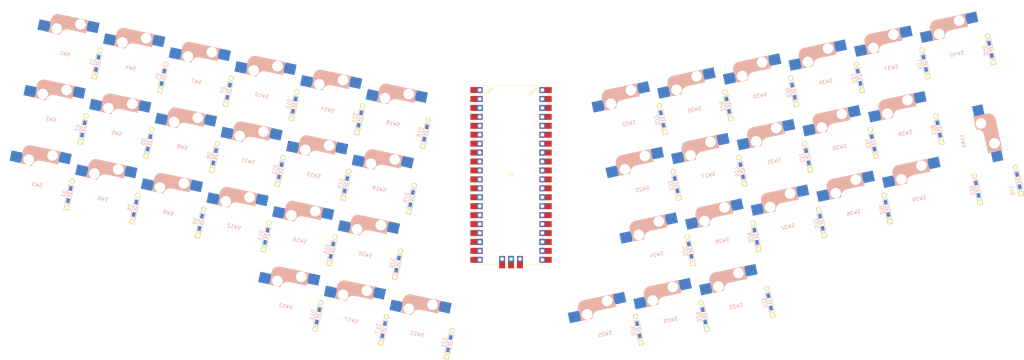
<source format=kicad_pcb>
(kicad_pcb (version 20221018) (generator pcbnew)
  (title_block (date "2024-04-06"))
  (layers (0 "F.Cu" signal) (31 "B.Cu" signal) (34 "B.Paste" user) (35 "F.Paste" user) (36 "B.SilkS" user "B.Silkscreen") (37 "F.SilkS" user "F.Silkscreen") (38 "B.Mask" user) (39 "F.Mask" user) (44 "Edge.Cuts" user))
  (net 0 "")
  (net 1 "Net-(D1-A)")
  (net 2 "Row0")
  (net 3 "Net-(D2-A)")
  (net 4 "Row1")
  (net 5 "Net-(D3-A)")
  (net 6 "Row2")
  (net 7 "Net-(D4-A)")
  (net 8 "Row3")
  (net 9 "Net-(D5-A)")
  (net 10 "Net-(D6-A)")
  (net 11 "Net-(D7-A)")
  (net 12 "Net-(D8-A)")
  (net 13 "Net-(D9-A)")
  (net 14 "Net-(D10-A)")
  (net 15 "Net-(D11-A)")
  (net 16 "Net-(D12-A)")
  (net 17 "Net-(D13-A)")
  (net 18 "Net-(D14-A)")
  (net 19 "Net-(D15-A)")
  (net 20 "Net-(D16-A)")
  (net 21 "Net-(D17-A)")
  (net 22 "Net-(D18-A)")
  (net 23 "Net-(D19-A)")
  (net 24 "Net-(D20-A)")
  (net 25 "Net-(D21-A)")
  (net 26 "Net-(D22-A)")
  (net 27 "Net-(D23-A)")
  (net 28 "Net-(D24-A)")
  (net 29 "Net-(D25-A)")
  (net 30 "Net-(D26-A)")
  (net 31 "Net-(D27-A)")
  (net 32 "Net-(D28-A)")
  (net 33 "Net-(D29-A)")
  (net 34 "Net-(D30-A)")
  (net 35 "Net-(D31-A)")
  (net 36 "Net-(D32-A)")
  (net 37 "Net-(D33-A)")
  (net 38 "Net-(D34-A)")
  (net 39 "Net-(D35-A)")
  (net 40 "Net-(D36-A)")
  (net 41 "Net-(D37-A)")
  (net 42 "Net-(D38-A)")
  (net 43 "Net-(D39-A)")
  (net 45 "GND")
  (net 46 "Col0")
  (net 47 "Col1")
  (net 48 "Col2")
  (net 49 "Col3")
  (net 50 "Col4")
  (net 51 "Col5")
  (net 52 "Col6")
  (net 53 "Col7")
  (net 54 "Col8")
  (net 55 "Col9")
  (net 56 "Col10")
  (net 57 "Col11")
  (net 76 "Net-(D40-A)")
  (net 77 "Net-(D41-A)")
  (footprint "kbd_Parts:Diode_TH_SMD" (layer "F.Cu") (at 253.225329 166.656704 102)
    (fp_text reference "D24" (at 0 -1.63 102) (layer "B.SilkS") (effects (font (thickness 0.125)) (justify mirror)))
    (fp_text value "D" hide)
    (pad "1" thru_hole rect (at -3.81 0 102) (size 1.397 1.397) (drill 0.8128) (layers "*.Cu" "*.Mask" "F.SilkS") (net 6 "Row2"))
    (pad "1" smd rect (at -1.775 0 102) (size 1.3 0.95) (layers "B.Cu" "B.Paste" "B.Mask") (net 6 "Row2"))
    (pad "2" smd rect (at 1.775 0 102) (size 1.3 0.95) (layers "B.Cu" "B.Paste" "B.Mask") (net 28 "Net-(D24-A)"))
    (pad "2" thru_hole circle (at 3.81 0 102) (size 1.397 1.397) (drill 0.8128) (layers "*.Cu" "*.Mask" "F.SilkS") (net 28 "Net-(D24-A)"))
  )
  (footprint "kbd_Parts:Diode_TH_SMD" (layer "F.Cu") (at 338.472453 109.585692 102)
    (fp_text reference "D40" (at 0 -1.63 102) (layer "B.SilkS") (effects (font (thickness 0.125)) (justify mirror)))
    (fp_text value "D" hide)
    (pad "1" thru_hole rect (at -3.81 0 102) (size 1.397 1.397) (drill 0.8128) (layers "*.Cu" "*.Mask" "F.SilkS") (net 2 "Row0"))
    (pad "1" smd rect (at -1.775 0 102) (size 1.3 0.95) (layers "B.Cu" "B.Paste" "B.Mask") (net 2 "Row0"))
    (pad "2" smd rect (at 1.775 0 102) (size 1.3 0.95) (layers "B.Cu" "B.Paste" "B.Mask") (net 76 "Net-(D40-A)"))
    (pad "2" thru_hole circle (at 3.81 0 102) (size 1.397 1.397) (drill 0.8128) (layers "*.Cu" "*.Mask" "F.SilkS") (net 76 "Net-(D40-A)"))
  )
  (footprint "kbd_Parts:Diode_TH_SMD" (layer "F.Cu") (at 263.937606 125.428563 102)
    (fp_text reference "D26" (at 0 -1.63 102) (layer "B.SilkS") (effects (font (thickness 0.125)) (justify mirror)))
    (fp_text value "D" hide)
    (pad "1" thru_hole rect (at -3.81 0 102) (size 1.397 1.397) (drill 0.8128) (layers "*.Cu" "*.Mask" "F.SilkS") (net 2 "Row0"))
    (pad "1" smd rect (at -1.775 0 102) (size 1.3 0.95) (layers "B.Cu" "B.Paste" "B.Mask") (net 2 "Row0"))
    (pad "2" smd rect (at 1.775 0 102) (size 1.3 0.95) (layers "B.Cu" "B.Paste" "B.Mask") (net 30 "Net-(D26-A)"))
    (pad "2" thru_hole circle (at 3.81 0 102) (size 1.397 1.397) (drill 0.8128) (layers "*.Cu" "*.Mask" "F.SilkS") (net 30 "Net-(D26-A)"))
  )
  (footprint "kbd_Parts:Diode_TH_SMD" (layer "F.Cu") (at 95.686035 154.774552 78)
    (fp_text reference "D6" (at 0 -1.63 78) (layer "B.SilkS") (effects (font (thickness 0.125)) (justify mirror)))
    (fp_text value "D" hide)
    (pad "1" thru_hole rect (at -3.81 0 78) (size 1.397 1.397) (drill 0.8128) (layers "*.Cu" "*.Mask" "F.SilkS") (net 6 "Row2"))
    (pad "1" smd rect (at -1.775 0 78) (size 1.3 0.95) (layers "B.Cu" "B.Paste" "B.Mask") (net 6 "Row2"))
    (pad "2" smd rect (at 1.775 0 78) (size 1.3 0.95) (layers "B.Cu" "B.Paste" "B.Mask") (net 10 "Net-(D6-A)"))
    (pad "2" thru_hole circle (at 3.81 0 78) (size 1.397 1.397) (drill 0.8128) (layers "*.Cu" "*.Mask" "F.SilkS") (net 10 "Net-(D6-A)"))
  )
  (footprint "kbd_Parts:Diode_TH_SMD" (layer "F.Cu") (at 309.126465 154.774552 102)
    (fp_text reference "D36" (at 0 -1.63 102) (layer "B.SilkS") (effects (font (thickness 0.125)) (justify mirror)))
    (fp_text value "D" hide)
    (pad "1" thru_hole rect (at -3.81 0 102) (size 1.397 1.397) (drill 0.8128) (layers "*.Cu" "*.Mask" "F.SilkS") (net 6 "Row2"))
    (pad "1" smd rect (at -1.775 0 102) (size 1.3 0.95) (layers "B.Cu" "B.Paste" "B.Mask") (net 6 "Row2"))
    (pad "2" smd rect (at 1.775 0 102) (size 1.3 0.95) (layers "B.Cu" "B.Paste" "B.Mask") (net 40 "Net-(D36-A)"))
    (pad "2" thru_hole circle (at 3.81 0 102) (size 1.397 1.397) (drill 0.8128) (layers "*.Cu" "*.Mask" "F.SilkS") (net 40 "Net-(D36-A)"))
  )
  (footprint "kbd_Parts:Diode_TH_SMD" (layer "F.Cu") (at 147.626452 185.290417 78)
    (fp_text reference "D13" (at 0 -1.63 78) (layer "B.SilkS") (effects (font (thickness 0.125)) (justify mirror)))
    (fp_text value "D" hide)
    (pad "1" thru_hole rect (at -3.81 0 78) (size 1.397 1.397) (drill 0.8128) (layers "*.Cu" "*.Mask" "F.SilkS") (net 8 "Row3"))
    (pad "1" smd rect (at -1.775 0 78) (size 1.3 0.95) (layers "B.Cu" "B.Paste" "B.Mask") (net 8 "Row3"))
    (pad "2" smd rect (at 1.775 0 78) (size 1.3 0.95) (layers "B.Cu" "B.Paste" "B.Mask") (net 17 "Net-(D13-A)"))
    (pad "2" thru_hole circle (at 3.81 0 78) (size 1.397 1.397) (drill 0.8128) (layers "*.Cu" "*.Mask" "F.SilkS") (net 17 "Net-(D13-A)"))
  )
  (footprint "kbd_SW:CherryMX_Hotswap_1u" (layer "F.Cu") (at 132.548218 118.789777 -12)
    (fp_text reference "SW10" (at 0 4 168) (layer "B.SilkS") (effects (justify mirror)))
    (fp_text value "SW_Push" hide)
    (pad "" np_thru_hole circle (at -5.08 0 348) (size 2 2) (drill 2) (layers "*.Cu" "*.Mask" "F.SilkS"))
    (pad "" np_thru_hole circle (at -3.81 -2.54 168) (size 3 3) (drill 3) (layers "*.Cu" "*.Mask"))
    (pad "" np_thru_hole circle (at 0 0 78) (size 4 4) (drill 4) (layers "*.Cu" "*.Mask" "F.SilkS"))
    (pad "" np_thru_hole circle (at 2.54 -5.08 168) (size 3 3) (drill 3) (layers "*.Cu" "*.Mask"))
    (pad "" np_thru_hole circle (at 5.08 0 348) (size 2 2) (drill 2) (layers "*.Cu" "*.Mask" "F.SilkS"))
    (pad "1" smd rect (at -7 -2.58 168) (size 3.3 3) (drill (offset 0.45 0)) (layers "B.Cu" "B.Paste" "B.Mask") (net 49 "Col3"))
    (pad "2" smd rect (at 5.7 -5.12 168) (size 3.3 3) (drill (offset -0.45 0)) (layers "B.Cu" "B.Paste" "B.Mask") (net 14 "Net-(D10-A)"))
  )
  (footprint "kbd_SW:CherryMX_Hotswap_1u" (layer "F.Cu") (at 113.914506 114.829059 -12)
    (fp_text reference "SW7" (at 0 4 168) (layer "B.SilkS") (effects (justify mirror)))
    (fp_text value "SW_Push" hide)
    (pad "" np_thru_hole circle (at -5.08 0 348) (size 2 2) (drill 2) (layers "*.Cu" "*.Mask" "F.SilkS"))
    (pad "" np_thru_hole circle (at -3.81 -2.54 168) (size 3 3) (drill 3) (layers "*.Cu" "*.Mask"))
    (pad "" np_thru_hole circle (at 0 0 78) (size 4 4) (drill 4) (layers "*.Cu" "*.Mask" "F.SilkS"))
    (pad "" np_thru_hole circle (at 2.54 -5.08 168) (size 3 3) (drill 3) (layers "*.Cu" "*.Mask"))
    (pad "" np_thru_hole circle (at 5.08 0 348) (size 2 2) (drill 2) (layers "*.Cu" "*.Mask" "F.SilkS"))
    (pad "1" smd rect (at -7 -2.58 168) (size 3.3 3) (drill (offset 0.45 0)) (layers "B.Cu" "B.Paste" "B.Mask") (net 48 "Col2"))
    (pad "2" smd rect (at 5.7 -5.12 168) (size 3.3 3) (drill (offset -0.45 0)) (layers "B.Cu" "B.Paste" "B.Mask") (net 11 "Net-(D7-A)"))
  )
  (footprint "kbd_Parts:Diode_TH_SMD" (layer "F.Cu") (at 286.532035 140.101557 102)
    (fp_text reference "D31" (at 0 -1.63 102) (layer "B.SilkS") (effects (font (thickness 0.125)) (justify mirror)))
    (fp_text value "D" hide)
    (pad "1" thru_hole rect (at -3.81 0 102) (size 1.397 1.397) (drill 0.8128) (layers "*.Cu" "*.Mask" "F.SilkS") (net 4 "Row1"))
    (pad "1" smd rect (at -1.775 0 102) (size 1.3 0.95) (layers "B.Cu" "B.Paste" "B.Mask") (net 4 "Row1"))
    (pad "2" smd rect (at 1.775 0 102) (size 1.3 0.95) (layers "B.Cu" "B.Paste" "B.Mask") (net 35 "Net-(D31-A)"))
    (pad "2" thru_hole circle (at 3.81 0 102) (size 1.397 1.397) (drill 0.8128) (layers "*.Cu" "*.Mask" "F.SilkS") (net 35 "Net-(D31-A)"))
  )
  (footprint "kbd_SW:CherryMX_Hotswap_1u" (layer "F.Cu") (at 228.2453 186.573065 12)
    (fp_text reference "SW25" (at 0 4 12) (layer "B.SilkS") (effects (justify mirror)))
    (fp_text value "SW_Push" hide)
    (pad "" np_thru_hole circle (at -5.08 0 12) (size 2 2) (drill 2) (layers "*.Cu" "*.Mask" "F.SilkS"))
    (pad "" np_thru_hole circle (at -3.81 -2.54 192) (size 3 3) (drill 3) (layers "*.Cu" "*.Mask"))
    (pad "" np_thru_hole circle (at 0 0 102) (size 4 4) (drill 4) (layers "*.Cu" "*.Mask" "F.SilkS"))
    (pad "" np_thru_hole circle (at 2.54 -5.08 192) (size 3 3) (drill 3) (layers "*.Cu" "*.Mask"))
    (pad "" np_thru_hole circle (at 5.08 0 12) (size 2 2) (drill 2) (layers "*.Cu" "*.Mask" "F.SilkS"))
    (pad "1" smd rect (at -7 -2.58 192) (size 3.3 3) (drill (offset 0.45 0)) (layers "B.Cu" "B.Paste" "B.Mask") (net 52 "Col6"))
    (pad "2" smd rect (at 5.7 -5.12 192) (size 3.3 3) (drill (offset -0.45 0)) (layers "B.Cu" "B.Paste" "B.Mask") (net 29 "Net-(D25-A)"))
  )
  (footprint "kbd_Parts:Diode_TH_SMD" (layer "F.Cu") (at 271.859041 162.695987 102)
    (fp_text reference "D28" (at 0 -1.63 102) (layer "B.SilkS") (effects (font (thickness 0.125)) (justify mirror)))
    (fp_text value "D" hide)
    (pad "1" thru_hole rect (at -3.81 0 102) (size 1.397 1.397) (drill 0.8128) (layers "*.Cu" "*.Mask" "F.SilkS") (net 6 "Row2"))
    (pad "1" smd rect (at -1.775 0 102) (size 1.3 0.95) (layers "B.Cu" "B.Paste" "B.Mask") (net 6 "Row2"))
    (pad "2" smd rect (at 1.775 0 102) (size 1.3 0.95) (layers "B.Cu" "B.Paste" "B.Mask") (net 32 "Net-(D28-A)"))
    (pad "2" thru_hole circle (at 3.81 0 102) (size 1.397 1.397) (drill 0.8128) (layers "*.Cu" "*.Mask" "F.SilkS") (net 32 "Net-(D28-A)"))
  )
  (footprint "kbd_Parts:Diode_TH_SMD" (layer "F.Cu") (at 84.973759 113.546411 78)
    (fp_text reference "D1" (at 0 -1.63 78) (layer "B.SilkS") (effects (font (thickness 0.125)) (justify mirror)))
    (fp_text value "D" hide)
    (pad "1" thru_hole rect (at -3.81 0 78) (size 1.397 1.397) (drill 0.8128) (layers "*.Cu" "*.Mask" "F.SilkS") (net 2 "Row0"))
    (pad "1" smd rect (at -1.775 0 78) (size 1.3 0.95) (layers "B.Cu" "B.Paste" "B.Mask") (net 2 "Row0"))
    (pad "2" smd rect (at 1.775 0 78) (size 1.3 0.95) (layers "B.Cu" "B.Paste" "B.Mask") (net 1 "Net-(D1-A)"))
    (pad "2" thru_hole circle (at 3.81 0 78) (size 1.397 1.397) (drill 0.8128) (layers "*.Cu" "*.Mask" "F.SilkS") (net 1 "Net-(D1-A)"))
  )
  (footprint "kbd_Parts:Diode_TH_SMD" (layer "F.Cu") (at 114.319746 158.735269 78)
    (fp_text reference "D9" (at 0 -1.63 78) (layer "B.SilkS") (effects (font (thickness 0.125)) (justify mirror)))
    (fp_text value "D" hide)
    (pad "1" thru_hole rect (at -3.81 0 78) (size 1.397 1.397) (drill 0.8128) (layers "*.Cu" "*.Mask" "F.SilkS") (net 6 "Row2"))
    (pad "1" smd rect (at -1.775 0 78) (size 1.3 0.95) (layers "B.Cu" "B.Paste" "B.Mask") (net 6 "Row2"))
    (pad "2" smd rect (at 1.775 0 78) (size 1.3 0.95) (layers "B.Cu" "B.Paste" "B.Mask") (net 13 "Net-(D9-A)"))
    (pad "2" thru_hole circle (at 3.81 0 78) (size 1.397 1.397) (drill 0.8128) (layers "*.Cu" "*.Mask" "F.SilkS") (net 13 "Net-(D9-A)"))
  )
  (footprint "kbd_SW:CherryMX_Hotswap_1u" (layer "F.Cu") (at 242.918294 163.978635 12)
    (fp_text reference "SW24" (at 0 4 12) (layer "B.SilkS") (effects (justify mirror)))
    (fp_text value "SW_Push" hide)
    (pad "" np_thru_hole circle (at -5.08 0 12) (size 2 2) (drill 2) (layers "*.Cu" "*.Mask" "F.SilkS"))
    (pad "" np_thru_hole circle (at -3.81 -2.54 192) (size 3 3) (drill 3) (layers "*.Cu" "*.Mask"))
    (pad "" np_thru_hole circle (at 0 0 102) (size 4 4) (drill 4) (layers "*.Cu" "*.Mask" "F.SilkS"))
    (pad "" np_thru_hole circle (at 2.54 -5.08 192) (size 3 3) (drill 3) (layers "*.Cu" "*.Mask"))
    (pad "" np_thru_hole circle (at 5.08 0 12) (size 2 2) (drill 2) (layers "*.Cu" "*.Mask" "F.SilkS"))
    (pad "1" smd rect (at -7 -2.58 192) (size 3.3 3) (drill (offset 0.45 0)) (layers "B.Cu" "B.Paste" "B.Mask") (net 52 "Col6"))
    (pad "2" smd rect (at 5.7 -5.12 192) (size 3.3 3) (drill (offset -0.45 0)) (layers "B.Cu" "B.Paste" "B.Mask") (net 28 "Net-(D24-A)"))
  )
  (footprint "kbd_Parts:Diode_TH_SMD" (layer "F.Cu") (at 170.220883 170.617423 78)
    (fp_text reference "D20" (at 0 -1.63 78) (layer "B.SilkS") (effects (font (thickness 0.125)) (justify mirror)))
    (fp_text value "D" hide)
    (pad "1" thru_hole rect (at -3.81 0 78) (size 1.397 1.397) (drill 0.8128) (layers "*.Cu" "*.Mask" "F.SilkS") (net 6 "Row2"))
    (pad "1" smd rect (at -1.775 0 78) (size 1.3 0.95) (layers "B.Cu" "B.Paste" "B.Mask") (net 6 "Row2"))
    (pad "2" smd rect (at 1.775 0 78) (size 1.3 0.95) (layers "B.Cu" "B.Paste" "B.Mask") (net 24 "Net-(D20-A)"))
    (pad "2" thru_hole circle (at 3.81 0 78) (size 1.397 1.397) (drill 0.8128) (layers "*.Cu" "*.Mask" "F.SilkS") (net 24 "Net-(D20-A)"))
  )
  (footprint "kbd_Parts:Diode_TH_SMD" (layer "F.Cu") (at 319.838741 113.546411 102)
    (fp_text reference "D37" (at 0 -1.63 102) (layer "B.SilkS") (effects (font (thickness 0.125)) (justify mirror)))
    (fp_text value "D" hide)
    (pad "1" thru_hole rect (at -3.81 0 102) (size 1.397 1.397) (drill 0.8128) (layers "*.Cu" "*.Mask" "F.SilkS") (net 2 "Row0"))
    (pad "1" smd rect (at -1.775 0 102) (size 1.3 0.95) (layers "B.Cu" "B.Paste" "B.Mask") (net 2 "Row0"))
    (pad "2" smd rect (at 1.775 0 102) (size 1.3 0.95) (layers "B.Cu" "B.Paste" "B.Mask") (net 41 "Net-(D37-A)"))
    (pad "2" thru_hole circle (at 3.81 0 102) (size 1.397 1.397) (drill 0.8128) (layers "*.Cu" "*.Mask" "F.SilkS") (net 41 "Net-(D37-A)"))
  )
  (footprint "kbd_Parts:Diode_TH_SMD" (layer "F.Cu") (at 245.303894 129.389281 102)
    (fp_text reference "D22" (at 0 -1.63 102) (layer "B.SilkS") (effects (font (thickness 0.125)) (justify mirror)))
    (fp_text value "D" hide)
    (pad "1" thru_hole rect (at -3.81 0 102) (size 1.397 1.397) (drill 0.8128) (layers "*.Cu" "*.Mask" "F.SilkS") (net 2 "Row0"))
    (pad "1" smd rect (at -1.775 0 102) (size 1.3 0.95) (layers "B.Cu" "B.Paste" "B.Mask") (net 2 "Row0"))
    (pad "2" smd rect (at 1.775 0 102) (size 1.3 0.95) (layers "B.Cu" "B.Paste" "B.Mask") (net 26 "Net-(D22-A)"))
    (pad "2" thru_hole circle (at 3.81 0 102) (size 1.397 1.397) (drill 0.8128) (layers "*.Cu" "*.Mask" "F.SilkS") (net 26 "Net-(D22-A)"))
  )
  (footprint "kbd_SW:CherryMX_Hotswap_1u" (layer "F.Cu") (at 328.165417 106.907623 12)
    (fp_text reference "SW40" (at 0 4 12) (layer "B.SilkS") (effects (justify mirror)))
    (fp_text value "SW_Push" hide)
    (pad "" np_thru_hole circle (at -5.08 0 12) (size 2 2) (drill 2) (layers "*.Cu" "*.Mask" "F.SilkS"))
    (pad "" np_thru_hole circle (at -3.81 -2.54 192) (size 3 3) (drill 3) (layers "*.Cu" "*.Mask"))
    (pad "" np_thru_hole circle (at 0 0 102) (size 4 4) (drill 4) (layers "*.Cu" "*.Mask" "F.SilkS"))
    (pad "" np_thru_hole circle (at 2.54 -5.08 192) (size 3 3) (drill 3) (layers "*.Cu" "*.Mask"))
    (pad "" np_thru_hole circle (at 5.08 0 12) (size 2 2) (drill 2) (layers "*.Cu" "*.Mask" "F.SilkS"))
    (pad "1" smd rect (at -7 -2.58 192) (size 3.3 3) (drill (offset 0.45 0)) (layers "B.Cu" "B.Paste" "B.Mask") (net 57 "Col11"))
    (pad "2" smd rect (at 5.7 -5.12 192) (size 3.3 3) (drill (offset -0.45 0)) (layers "B.Cu" "B.Paste" "B.Mask") (net 76 "Net-(D40-A)"))
  )
  (footprint "kbd_Parts:Diode_TH_SMD" (layer "F.Cu") (at 323.799459 132.180122 102)
    (fp_text reference "D38" (at 0 -1.63 102) (layer "B.SilkS") (effects (font (thickness 0.125)) (justify mirror)))
    (fp_text value "D" hide)
    (pad "1" thru_hole rect (at -3.81 0 102) (size 1.397 1.397) (drill 0.8128) (layers "*.Cu" "*.Mask" "F.SilkS") (net 4 "Row1"))
    (pad "1" smd rect (at -1.775 0 102) (size 1.3 0.95) (layers "B.Cu" "B.Paste" "B.Mask") (net 4 "Row1"))
    (pad "2" smd rect (at 1.775 0 102) (size 1.3 0.95) (layers "B.Cu" "B.Paste" "B.Mask") (net 42 "Net-(D38-A)"))
    (pad "2" thru_hole circle (at 3.81 0 102) (size 1.397 1.397) (drill 0.8128) (layers "*.Cu" "*.Mask" "F.SilkS") (net 42 "Net-(D38-A)"))
  )
  (footprint "kbd_Parts:Diode_TH_SMD" (layer "F.Cu") (at 178.142318 133.35 78)
    (fp_text reference "D18" (at 0 -1.63 78) (layer "B.SilkS") (effects (font (thickness 0.125)) (justify mirror)))
    (fp_text value "D" hide)
    (pad "1" thru_hole rect (at -3.81 0 78) (size 1.397 1.397) (drill 0.8128) (layers "*.Cu" "*.Mask" "F.SilkS") (net 2 "Row0"))
    (pad "1" smd rect (at -1.775 0 78) (size 1.3 0.95) (layers "B.Cu" "B.Paste" "B.Mask") (net 2 "Row0"))
    (pad "2" smd rect (at 1.775 0 78) (size 1.3 0.95) (layers "B.Cu" "B.Paste" "B.Mask") (net 22 "Net-(D18-A)"))
    (pad "2" thru_hole circle (at 3.81 0 78) (size 1.397 1.397) (drill 0.8128) (layers "*.Cu" "*.Mask" "F.SilkS") (net 22 "Net-(D18-A)"))
  )
  (footprint "kbd_SW:CherryMX_Hotswap_1u" (layer "F.Cu") (at 72.686365 125.541336 -12)
    (fp_text reference "SW2" (at 0 4 168) (layer "B.SilkS") (effects (justify mirror)))
    (fp_text value "SW_Push" hide)
    (pad "" np_thru_hole circle (at -5.08 0 348) (size 2 2) (drill 2) (layers "*.Cu" "*.Mask" "F.SilkS"))
    (pad "" np_thru_hole circle (at -3.81 -2.54 168) (size 3 3) (drill 3) (layers "*.Cu" "*.Mask"))
    (pad "" np_thru_hole circle (at 0 0 78) (size 4 4) (drill 4) (layers "*.Cu" "*.Mask" "F.SilkS"))
    (pad "" np_thru_hole circle (at 2.54 -5.08 168) (size 3 3) (drill 3) (layers "*.Cu" "*.Mask"))
    (pad "" np_thru_hole circle (at 5.08 0 348) (size 2 2) (drill 2) (layers "*.Cu" "*.Mask" "F.SilkS"))
    (pad "1" smd rect (at -7 -2.58 168) (size 3.3 3) (drill (offset 0.45 0)) (layers "B.Cu" "B.Paste" "B.Mask") (net 46 "Col0"))
    (pad "2" smd rect (at 5.7 -5.12 168) (size 3.3 3) (drill (offset -0.45 0)) (layers "B.Cu" "B.Paste" "B.Mask") (net 3 "Net-(D2-A)"))
  )
  (footprint "kbd_Parts:Diode_TH_SMD" (layer "F.Cu") (at 81.013042 132.180122 78)
    (fp_text reference "D2" (at 0 -1.63 78) (layer "B.SilkS") (effects (font (thickness 0.125)) (justify mirror)))
    (fp_text value "D" hide)
    (pad "1" thru_hole rect (at -3.81 0 78) (size 1.397 1.397) (drill 0.8128) (layers "*.Cu" "*.Mask" "F.SilkS") (net 4 "Row1"))
    (pad "1" smd rect (at -1.775 0 78) (size 1.3 0.95) (layers "B.Cu" "B.Paste" "B.Mask") (net 4 "Row1"))
    (pad "2" smd rect (at 1.775 0 78) (size 1.3 0.95) (layers "B.Cu" "B.Paste" "B.Mask") (net 3 "Net-(D2-A)"))
    (pad "2" thru_hole circle (at 3.81 0 78) (size 1.397 1.397) (drill 0.8128) (layers "*.Cu" "*.Mask" "F.SilkS") (net 3 "Net-(D2-A)"))
  )
  (footprint "kbd_SW:CherryMX_Hotswap_1u" (layer "F.Cu") (at 147.221212 141.384206 -12)
    (fp_text reference "SW15" (at 0 4 168) (layer "B.SilkS") (effects (justify mirror)))
    (fp_text value "SW_Push" hide)
    (pad "" np_thru_hole circle (at -5.08 0 348) (size 2 2) (drill 2) (layers "*.Cu" "*.Mask" "F.SilkS"))
    (pad "" np_thru_hole circle (at -3.81 -2.54 168) (size 3 3) (drill 3) (layers "*.Cu" "*.Mask"))
    (pad "" np_thru_hole circle (at 0 0 78) (size 4 4) (drill 4) (layers "*.Cu" "*.Mask" "F.SilkS"))
    (pad "" np_thru_hole circle (at 2.54 -5.08 168) (size 3 3) (drill 3) (layers "*.Cu" "*.Mask"))
    (pad "" np_thru_hole circle (at 5.08 0 348) (size 2 2) (drill 2) (layers "*.Cu" "*.Mask" "F.SilkS"))
    (pad "1" smd rect (at -7 -2.58 168) (size 3.3 3) (drill (offset 0.45 0)) (layers "B.Cu" "B.Paste" "B.Mask") (net 50 "Col4"))
    (pad "2" smd rect (at 5.7 -5.12 168) (size 3.3 3) (drill (offset -0.45 0)) (layers "B.Cu" "B.Paste" "B.Mask") (net 19 "Net-(D15-A)"))
  )
  (footprint "kbd_Parts:Diode_TH_SMD" (layer "F.Cu") (at 136.914177 144.062276 78)
    (fp_text reference "D11" (at 0 -1.63 78) (layer "B.SilkS") (effects (font (thickness 0.125)) (justify mirror)))
    (fp_text value "D" hide)
    (pad "1" thru_hole rect (at -3.81 0 78) (size 1.397 1.397) (drill 0.8128) (layers "*.Cu" "*.Mask" "F.SilkS") (net 4 "Row1"))
    (pad "1" smd rect (at -1.775 0 78) (size 1.3 0.95) (layers "B.Cu" "B.Paste" "B.Mask") (net 4 "Row1"))
    (pad "2" smd rect (at 1.775 0 78) (size 1.3 0.95) (layers "B.Cu" "B.Paste" "B.Mask") (net 15 "Net-(D11-A)"))
    (pad "2" thru_hole circle (at 3.81 0 78) (size 1.397 1.397) (drill 0.8128) (layers "*.Cu" "*.Mask" "F.SilkS") (net 15 "Net-(D11-A)"))
  )
  (footprint "kbd_Parts:Diode_TH_SMD" (layer "F.Cu") (at 103.607471 117.507128 78)
    (fp_text reference "D4" (at 0 -1.63 78) (layer "B.SilkS") (effects (font (thickness 0.125)) (justify mirror)))
    (fp_text value "D" hide)
    (pad "1" thru_hole rect (at -3.81 0 78) (size 1.397 1.397) (drill 0.8128) (layers "*.Cu" "*.Mask" "F.SilkS") (net 2 "Row0"))
    (pad "1" smd rect (at -1.775 0 78) (size 1.3 0.95) (layers "B.Cu" "B.Paste" "B.Mask") (net 2 "Row0"))
    (pad "2" smd rect (at 1.775 0 78) (size 1.3 0.95) (layers "B.Cu" "B.Paste" "B.Mask") (net 7 "Net-(D4-A)"))
    (pad "2" thru_hole circle (at 3.81 0 78) (size 1.397 1.397) (drill 0.8128) (layers "*.Cu" "*.Mask" "F.SilkS") (net 7 "Net-(D4-A)"))
  )
  (footprint "kbd_SW:CherryMX_Hotswap_1u" (layer "F.Cu") (at 91.320077 129.502054 -12)
    (fp_text reference "SW5" (at 0 4 168) (layer "B.SilkS") (effects (justify mirror)))
    (fp_text value "SW_Push" hide)
    (pad "" np_thru_hole circle (at -5.08 0 348) (size 2 2) (drill 2) (layers "*.Cu" "*.Mask" "F.SilkS"))
    (pad "" np_thru_hole circle (at -3.81 -2.54 168) (size 3 3) (drill 3) (layers "*.Cu" "*.Mask"))
    (pad "" np_thru_hole circle (at 0 0 78) (size 4 4) (drill 4) (layers "*.Cu" "*.Mask" "F.SilkS"))
    (pad "" np_thru_hole circle (at 2.54 -5.08 168) (size 3 3) (drill 3) (layers "*.Cu" "*.Mask"))
    (pad "" np_thru_hole circle (at 5.08 0 348) (size 2 2) (drill 2) (layers "*.Cu" "*.Mask" "F.SilkS"))
    (pad "1" smd rect (at -7 -2.58 168) (size 3.3 3) (drill (offset 0.45 0)) (layers "B.Cu" "B.Paste" "B.Mask") (net 47 "Col1"))
    (pad "2" smd rect (at 5.7 -5.12 168) (size 3.3 3) (drill (offset -0.45 0)) (layers "B.Cu" "B.Paste" "B.Mask") (net 9 "Net-(D5-A)"))
  )
  (footprint "kbd_SW:CherryMX_Hotswap_1u" (layer "F.Cu") (at 246.879012 182.612347 12)
    (fp_text reference "SW29" (at 0 4 12) (layer "B.SilkS") (effects (justify mirror)))
    (fp_text value "SW_Push" hide)
    (pad "" np_thru_hole circle (at -5.08 0 12) (size 2 2) (drill 2) (layers "*.Cu" "*.Mask" "F.SilkS"))
    (pad "" np_thru_hole circle (at -3.81 -2.54 192) (size 3 3) (drill 3) (layers "*.Cu" "*.Mask"))
    (pad "" np_thru_hole circle (at 0 0 102) (size 4 4) (drill 4) (layers "*.Cu" "*.Mask" "F.SilkS"))
    (pad "" np_thru_hole circle (at 2.54 -5.08 192) (size 3 3) (drill 3) (layers "*.Cu" "*.Mask"))
    (pad "" np_thru_hole circle (at 5.08 0 12) (size 2 2) (drill 2) (layers "*.Cu" "*.Mask" "F.SilkS"))
    (pad "1" smd rect (at -7 -2.58 192) (size 3.3 3) (drill (offset 0.45 0)) (layers "B.Cu" "B.Paste" "B.Mask") (net 53 "Col7"))
    (pad "2" smd rect (at 5.7 -5.12 192) (size 3.3 3) (drill (offset -0.45 0)) (layers "B.Cu" "B.Paste" "B.Mask") (net 33 "Net-(D29-A)"))
  )
  (footprint "kbd_Parts:Diode_TH_SMD" (layer "F.Cu") (at 132.953459 162.695988 78)
    (fp_text reference "D12" (at 0 -1.63 78) (layer "B.SilkS") (effects (font (thickness 0.125)) (justify mirror)))
    (fp_text value "D" hide)
    (pad "1" thru_hole rect (at -3.81 0 78) (size 1.397 1.397) (drill 0.8128) (layers "*.Cu" "*.Mask" "F.SilkS") (net 6 "Row2"))
    (pad "1" smd rect (at -1.775 0 78) (size 1.3 0.95) (layers "B.Cu" "B.Paste" "B.Mask") (net 6 "Row2"))
    (pad "2" smd rect (at 1.775 0 78) (size 1.3 0.95) (layers "B.Cu" "B.Paste" "B.Mask") (net 16 "Net-(D12-A)"))
    (pad "2" thru_hole circle (at 3.81 0 78) (size 1.397 1.397) (drill 0.8128) (layers "*.Cu" "*.Mask" "F.SilkS") (net 16 "Net-(D12-A)"))
  )
  (footprint "kbd_Parts:Diode_TH_SMD" (layer "F.Cu") (at 290.492754 158.735269 102)
    (fp_text reference "D32" (at 0 -1.63 102) (layer "B.SilkS") (effects (font (thickness 0.125)) (justify mirror)))
    (fp_text value "D" hide)
    (pad "1" thru_hole rect (at -3.81 0 102) (size 1.397 1.397) (drill 0.8128) (layers "*.Cu" "*.Mask" "F.SilkS") (net 6 "Row2"))
    (pad "1" smd rect (at -1.775 0 102) (size 1.3 0.95) (layers "B.Cu" "B.Paste" "B.Mask") (net 6 "Row2"))
    (pad "2" smd rect (at 1.775 0 102) (size 1.3 0.95) (layers "B.Cu" "B.Paste" "B.Mask") (net 36 "Net-(D32-A)"))
    (pad "2" thru_hole circle (at 3.81 0 102) (size 1.397 1.397) (drill 0.8128) (layers "*.Cu" "*.Mask" "F.SilkS") (net 36 "Net-(D32-A)"))
  )
  (footprint "kbd_SW:CherryMX_Hotswap_1u" (layer "F.Cu") (at 317.453141 148.135764 12)
    (fp_text reference "SW39" (at 0 4 12) (layer "B.SilkS") (effects (justify mirror)))
    (fp_text value "SW_Push" hide)
    (pad "" np_thru_hole circle (at -5.08 0 12) (size 2 2) (drill 2) (layers "*.Cu" "*.Mask" "F.SilkS"))
    (pad "" np_thru_hole circle (at -3.81 -2.54 192) (size 3 3) (drill 3) (layers "*.Cu" "*.Mask"))
    (pad "" np_thru_hole circle (at 0 0 102) (size 4 4) (drill 4) (layers "*.Cu" "*.Mask" "F.SilkS"))
    (pad "" np_thru_hole circle (at 2.54 -5.08 192) (size 3 3) (drill 3) (layers "*.Cu" "*.Mask"))
    (pad "" np_thru_hole circle (at 5.08 0 12) (size 2 2) (drill 2) (layers "*.Cu" "*.Mask" "F.SilkS"))
    (pad "1" smd rect (at -7 -2.58 192) (size 3.3 3) (drill (offset 0.45 0)) (layers "B.Cu" "B.Paste" "B.Mask") (net 56 "Col10"))
    (pad "2" smd rect (at 5.7 -5.12 192) (size 3.3 3) (drill (offset -0.45 0)) (layers "B.Cu" "B.Paste" "B.Mask") (net 43 "Net-(D39-A)"))
  )
  (footprint "kbd_SW:CherryMX_Hotswap_1u" (layer "F.Cu") (at 253.63057 122.750494 12)
    (fp_text reference "SW26" (at 0 4 12) (layer "B.SilkS") (effects (justify mirror)))
    (fp_text value "SW_Push" hide)
    (pad "" np_thru_hole circle (at -5.08 0 12) (size 2 2) (drill 2) (layers "*.Cu" "*.Mask" "F.SilkS"))
    (pad "" np_thru_hole circle (at -3.81 -2.54 192) (size 3 3) (drill 3) (layers "*.Cu" "*.Mask"))
    (pad "" np_thru_hole circle (at 0 0 102) (size 4 4) (drill 4) (layers "*.Cu" "*.Mask" "F.SilkS"))
    (pad "" np_thru_hole circle (at 2.54 -5.08 192) (size 3 3) (drill 3) (layers "*.Cu" "*.Mask"))
    (pad "" np_thru_hole circle (at 5.08 0 12) (size 2 2) (drill 2) (layers "*.Cu" "*.Mask" "F.SilkS"))
    (pad "1" smd rect (at -7 -2.58 192) (size 3.3 3) (drill (offset 0.45 0)) (layers "B.Cu" "B.Paste" "B.Mask") (net 53 "Col7"))
    (pad "2" smd rect (at 5.7 -5.12 192) (size 3.3 3) (drill (offset -0.45 0)) (layers "B.Cu" "B.Paste" "B.Mask") (net 30 "Net-(D26-A)"))
  )
  (footprint "kbd_SW:CherryMX_Hotswap_1u" (layer "F.Cu") (at 272.264282 118.789776 12)
    (fp_text reference "SW30" (at 0 4 12) (layer "B.SilkS") (effects (justify mirror)))
    (fp_text value "SW_Push" hide)
    (pad "" np_thru_hole circle (at -5.08 0 12) (size 2 2) (drill 2) (layers "*.Cu" "*.Mask" "F.SilkS"))
    (pad "" np_thru_hole circle (at -3.81 -2.54 192) (size 3 3) (drill 3) (layers "*.Cu" "*.Mask"))
    (pad "" np_thru_hole circle (at 0 0 102) (size 4 4) (drill 4) (layers "*.Cu" "*.Mask" "F.SilkS"))
    (pad "" np_thru_hole circle (at 2.54 -5.08 192) (size 3 3) (drill 3) (layers "*.Cu" "*.Mask"))
    (pad "" np_thru_hole circle (at 5.08 0 12) (size 2 2) (drill 2) (layers "*.Cu" "*.Mask" "F.SilkS"))
    (pad "1" smd rect (at -7 -2.58 192) (size 3.3 3) (drill (offset 0.45 0)) (layers "B.Cu" "B.Paste" "B.Mask") (net 54 "Col8"))
    (pad "2" smd rect (at 5.7 -5.12 192) (size 3.3 3) (drill (offset -0.45 0)) (layers "B.Cu" "B.Paste" "B.Mask") (net 34 "Net-(D30-A)"))
  )
  (footprint "kbd_SW:CherryMX_Hotswap_1u" (layer "F.Cu") (at 124.626783 156.0572 -12)
    (fp_text reference "SW12" (at 0 4 168) (layer "B.SilkS") (effects (justify mirror)))
    (fp_text value "SW_Push" hide)
    (pad "" np_thru_hole circle (at -5.08 0 348) (size 2 2) (drill 2) (layers "*.Cu" "*.Mask" "F.SilkS"))
    (pad "" np_thru_hole circle (at -3.81 -2.54 168) (size 3 3) (drill 3) (layers "*.Cu" "*.Mask"))
    (pad "" np_thru_hole circle (at 0 0 78) (size 4 4) (drill 4) (layers "*.Cu" "*.Mask" "F.SilkS"))
    (pad "" np_thru_hole circle (at 2.54 -5.08 168) (size 3 3) (drill 3) (layers "*.Cu" "*.Mask"))
    (pad "" np_thru_hole circle (at 5.08 0 348) (size 2 2) (drill 2) (layers "*.Cu" "*.Mask" "F.SilkS"))
    (pad "1" smd rect (at -7 -2.58 168) (size 3.3 3) (drill (offset 0.45 0)) (layers "B.Cu" "B.Paste" "B.Mask") (net 49 "Col3"))
    (pad "2" smd rect (at 5.7 -5.12 168) (size 3.3 3) (drill (offset -0.45 0)) (layers "B.Cu" "B.Paste" "B.Mask") (net 16 "Net-(D12-A)"))
  )
  (footprint "kbd_Parts:Diode_TH_SMD" (layer "F.Cu") (at 99.646752 136.14084 78)
    (fp_text reference "D5" (at 0 -1.63 78) (layer "B.SilkS") (effects (font (thickness 0.125)) (justify mirror)))
    (fp_text value "D" hide)
    (pad "1" thru_hole rect (at -3.81 0 78) (size 1.397 1.397) (drill 0.8128) (layers "*.Cu" "*.Mask" "F.SilkS") (net 4 "Row1"))
    (pad "1" smd rect (at -1.775 0 78) (size 1.3 0.95) (layers "B.Cu" "B.Paste" "B.Mask") (net 4 "Row1"))
    (pad "2" smd rect (at 1.775 0 78) (size 1.3 0.95) (layers "B.Cu" "B.Paste" "B.Mask") (net 9 "Net-(D5-A)"))
    (pad "2" thru_hole circle (at 3.81 0 78) (size 1.397 1.397) (drill 0.8128) (layers "*.Cu" "*.Mask" "F.SilkS") (net 9 "Net-(D5-A)"))
  )
  (footprint "kbd_Parts:Diode_TH_SMD" (layer "F.Cu") (at 184.893877 193.211852 78)
    (fp_text reference "D21" (at 0 -1.63 78) (layer "B.SilkS") (effects (font (thickness 0.125)) (justify mirror)))
    (fp_text value "D" hide)
    (pad "1" thru_hole rect (at -3.81 0 78) (size 1.397 1.397) (drill 0.8128) (layers "*.Cu" "*.Mask" "F.SilkS") (net 8 "Row3"))
    (pad "1" smd rect (at -1.775 0 78) (size 1.3 0.95) (layers "B.Cu" "B.Paste" "B.Mask") (net 8 "Row3"))
    (pad "2" smd rect (at 1.775 0 78) (size 1.3 0.95) (layers "B.Cu" "B.Paste" "B.Mask") (net 25 "Net-(D21-A)"))
    (pad "2" thru_hole circle (at 3.81 0 78) (size 1.397 1.397) (drill 0.8128) (layers "*.Cu" "*.Mask" "F.SilkS") (net 25 "Net-(D21-A)"))
  )
  (footprint "kbd_Parts:Diode_TH_SMD" (layer "F.Cu") (at 346.393889 146.853116 102)
    (fp_text reference "D41" (at -2.38125 -2.38125 102) (layer "B.SilkS") (effects (font (thickness 0.125)) (justify mirror)))
    (fp_text value "D" hide)
    (pad "1" thru_hole rect (at -3.81 0 102) (size 1.397 1.397) (drill 0.8128) (layers "*.Cu" "*.Mask" "F.SilkS") (net 4 "Row1"))
    (pad "1" smd rect (at -1.775 0 102) (size 1.3 0.95) (layers "B.Cu" "B.Paste" "B.Mask") (net 4 "Row1"))
    (pad "2" smd rect (at 1.775 0 102) (size 1.3 0.95) (layers "B.Cu" "B.Paste" "B.Mask") (net 77 "Net-(D41-A)"))
    (pad "2" thru_hole circle (at 3.81 0 102) (size 1.397 1.397) (drill 0.8128) (layers "*.Cu" "*.Mask" "F.SilkS") (net 77 "Net-(D41-A)"))
  )
  (footprint "kbd_Parts:Diode_TH_SMD" (layer "F.Cu") (at 257.186047 185.290416 102)
    (fp_text reference "D29" (at 0 -1.63 102) (layer "B.SilkS") (effects (font (thickness 0.125)) (justify mirror)))
    (fp_text value "D" hide)
    (pad "1" thru_hole rect (at -3.81 0 102) (size 1.397 1.397) (drill 0.8128) (layers "*.Cu" "*.Mask" "F.SilkS") (net 8 "Row3"))
    (pad "1" smd rect (at -1.775 0 102) (size 1.3 0.95) (layers "B.Cu" "B.Paste" "B.Mask") (net 8 "Row3"))
    (pad "2" smd rect (at 1.775 0 102) (size 1.3 0.95) (layers "B.Cu" "B.Paste" "B.Mask") (net 33 "Net-(D29-A)"))
    (pad "2" thru_hole circle (at 3.81 0 102) (size 1.397 1.397) (drill 0.8128) (layers "*.Cu" "*.Mask" "F.SilkS") (net 33 "Net-(D29-A)"))
  )
  (footprint "kbd_SW:CherryMX_Hotswap_1u" (layer "F.Cu") (at 290.897994 114.829058 12)
    (fp_text reference "SW34" (at 0 4 12) (layer "B.SilkS") (effects (justify mirror)))
    (fp_text value "SW_Push" hide)
    (pad "" np_thru_hole circle (at -5.08 0 12) (size 2 2) (drill 2) (layers "*.Cu" "*.Mask" "F.SilkS"))
    (pad "" np_thru_hole circle (at -3.81 -2.54 192) (size 3 3) (drill 3) (layers "*.Cu" "*.Mask"))
    (pad "" np_thru_hole circle (at 0 0 102) (size 4 4) (drill 4) (layers "*.Cu" "*.Mask" "F.SilkS"))
    (pad "" np_thru_hole circle (at 2.54 -5.08 192) (size 3 3) (drill 3) (layers "*.Cu" "*.Mask"))
    (pad "" np_thru_hole circle (at 5.08 0 12) (size 2 2) (drill 2) (layers "*.Cu" "*.Mask" "F.SilkS"))
    (pad "1" smd rect (at -7 -2.58 192) (size 3.3 3) (drill (offset 0.45 0)) (layers "B.Cu" "B.Paste" "B.Mask") (net 55 "Col9"))
    (pad "2" smd rect (at 5.7 -5.12 192) (size 3.3 3) (drill (offset -0.45 0)) (layers "B.Cu" "B.Paste" "B.Mask") (net 38 "Net-(D34-A)"))
  )
  (footprint "kbd_SW:CherryMX_Hotswap_1u" (layer "F.Cu") (at 128.5875 137.423489 -12)
    (fp_text reference "SW11" (at 0 4 168) (layer "B.SilkS") (effects (justify mirror)))
    (fp_text value "SW_Push" hide)
    (pad "" np_thru_hole circle (at -5.08 0 348) (size 2 2) (drill 2) (layers "*.Cu" "*.Mask" "F.SilkS"))
    (pad "" np_thru_hole circle (at -3.81 -2.54 168) (size 3 3) (drill 3) (layers "*.Cu" "*.Mask"))
    (pad "" np_thru_hole circle (at 0 0 78) (size 4 4) (drill 4) (layers "*.Cu" "*.Mask" "F.SilkS"))
    (pad "" np_thru_hole circle (at 2.54 -5.08 168) (size 3 3) (drill 3) (layers "*.Cu" "*.Mask"))
    (pad "" np_thru_hole circle (at 5.08 0 348) (size 2 2) (drill 2) (layers "*.Cu" "*.Mask" "F.SilkS"))
    (pad "1" smd rect (at -7 -2.58 168) (size 3.3 3) (drill (offset 0.45 0)) (layers "B.Cu" "B.Paste" "B.Mask") (net 49 "Col3"))
    (pad "2" smd rect (at 5.7 -5.12 168) (size 3.3 3) (drill (offset -0.45 0)) (layers "B.Cu" "B.Paste" "B.Mask") (net 15 "Net-(D11-A)"))
  )
  (footprint "kbd_SW:CherryMX_Hotswap_2u" (layer "F.Cu") (at 334.106495 134.858191 -78)
    (fp_text reference "SW41" (at 0 3.556 102) (layer "B.SilkS") (effects (justify mirror)))
    (fp_text value "SW_Push" hide)
    (pad "" np_thru_hole circle (at -11.9 -7 102) (size 3.05 3.05) (drill 3.05) (layers "*.Cu" "*.Mask"))
    (pad "" np_thru_hole circle (at -11.9 8.24 102) (size 4 4) (drill 4) (layers "*.Cu" "*.Mask"))
    (pad "" np_thru_hole circle (at -5.08 0 282) (size 1.8 1.8) (drill 1.8) (layers "*.Cu" "*.Mask"))
    (pad "" np_thru_hole circle (at -3.81 -2.54 102) (size 3 3) (drill 3) (layers "*.Cu" "*.Mask"))
    (pad "" np_thru_hole circle (at 0 0 12) (size 4 4) (drill 4) (layers "*.Cu" "*.Mask"))
    (pad "" np_thru_hole circle (at 2.54 -5.08 102) (size 3 3) (drill 3) (layers "*.Cu" "*.Mask"))
    (pad "" np_thru_hole circle (at 5.08 0 282) (size 1.8 1.8) (drill 1.8) (layers "*.Cu" "*.Mask"))
    (pad "" np_thru_hole circle (at 11.9 -7 102) (size 3.05 3.05) (drill 3.05) (layers "*.Cu" "*.Mask"))
    (pad "" np_thru_hole circle (at 11.9 8.24 102) (size 4 4) (drill 4) (layers "*.Cu" "*.Mask"))
    (pad "1" smd rect (at -6.9 -2.54 102) (size 3.3 3) (drill (offset 0.5 0)) (layers "B.Cu" "B.Paste" "B.Mask") (net 57 "Col11"))
    (pad "2" smd rect (at 5.6 -5.08 102) (size 3.3 3) (drill (offset -0.5 0)) (layers "B.Cu" "B.Paste" "B.Mask") (net 77 "Net-(D41-A)"))
  )
  (footprint "kbd_Parts:Diode_TH_SMD" (layer "F.Cu") (at 301.205029 117.507128 102)
    (fp_text reference "D34" (at 0 -1.63 102) (layer "B.SilkS") (effects (font (thickness 0.125)) (justify mirror)))
    (fp_text value "D" hide)
    (pad "1" thru_hole rect (at -3.81 0 102) (size 1.397 1.397) (drill 0.8128) (layers "*.Cu" "*.Mask" "F.SilkS") (net 2 "Row0"))
    (pad "1" smd rect (at -1.775 0 102) (size 1.3 0.95) (layers "B.Cu" "B.Paste" "B.Mask") (net 2 "Row0"))
    (pad "2" smd rect (at 1.775 0 102) (size 1.3 0.95) (layers "B.Cu" "B.Paste" "B.Mask") (net 38 "Net-(D34-A)"))
    (pad "2" thru_hole circle (at 3.81 0 102) (size 1.397 1.397) (drill 0.8128) (layers "*.Cu" "*.Mask" "F.SilkS") (net 38 "Net-(D34-A)"))
  )
  (footprint "kbd_SW:CherryMX_Hotswap_1u" (layer "F.Cu") (at 176.5672 186.573066 -12)
    (fp_text reference "SW21" (at 0 4 168) (layer "B.SilkS") (effects (justify mirror)))
    (fp_text value "SW_Push" hide)
    (pad "" np_thru_hole circle (at -5.08 0 348) (size 2 2) (drill 2) (layers "*.Cu" "*.Mask" "F.SilkS"))
    (pad "" np_thru_hole circle (at -3.81 -2.54 168) (size 3 3) (drill 3) (layers "*.Cu" "*.Mask"))
    (pad "" np_thru_hole circle (at 0 0 78) (size 4 4) (drill 4) (layers "*.Cu" "*.Mask" "F.SilkS"))
    (pad "" np_thru_hole circle (at 2.54 -5.08 168) (size 3 3) (drill 3) (layers "*.Cu" "*.Mask"))
    (pad "" np_thru_hole circle (at 5.08 0 348) (size 2 2) (drill 2) (layers "*.Cu" "*.Mask" "F.SilkS"))
    (pad "1" smd rect (at -7 -2.58 168) (size 3.3 3) (drill (offset 0.45 0)) (layers "B.Cu" "B.Paste" "B.Mask") (net 51 "Col5"))
    (pad "2" smd rect (at 5.7 -5.12 168) (size 3.3 3) (drill (offset -0.45 0)) (layers "B.Cu" "B.Paste" "B.Mask") (net 25 "Net-(D21-A)"))
  )
  (footprint "kbd_Parts:Diode_TH_SMD" (layer "F.Cu") (at 282.571317 121.467845 102)
    (fp_text reference "D30" (at 0 -1.63 102) (layer "B.SilkS") (effects (font (thickness 0.125)) (justify mirror)))
    (fp_text value "D" hide)
    (pad "1" thru_hole rect (at -3.81 0 102) (size 1.397 1.397) (drill 0.8128) (layers "*.Cu" "*.Mask" "F.SilkS") (net 2 "Row0"))
    (pad "1" smd rect (at -1.775 0 102) (size 1.3 0.95) (layers "B.Cu" "B.Paste" "B.Mask") (net 2 "Row0"))
    (pad "2" smd rect (at 1.775 0 102) (size 1.3 0.95) (layers "B.Cu" "B.Paste" "B.Mask") (net 34 "Net-(D30-A)"))
    (pad "2" thru_hole circle (at 3.81 0 102) (size 1.397 1.397) (drill 0.8128) (layers "*.Cu" "*.Mask" "F.SilkS") (net 34 "Net-(D30-A)"))
  )
  (footprint "kbd_SW:CherryMX_Hotswap_1u" (layer "F.Cu") (at 234.996858 126.711212 12)
    (fp_text reference "SW22" (at 0 4 12) (layer "B.SilkS") (effects (justify mirror)))
    (fp_text value "SW_Push" hide)
    (pad "" np_thru_hole circle (at -5.08 0 12) (size 2 2) (drill 2) (layers "*.Cu" "*.Mask" "F.SilkS"))
    (pad "" np_thru_hole circle (at -3.81 -2.54 192) (size 3 3) (drill 3) (layers "*.Cu" "*.Mask"))
    (pad "" np_thru_hole circle (at 0 0 102) (size 4 4) (drill 4) (layers "*.Cu" "*.Mask" "F.SilkS"))
    (pad "" np_thru_hole circle (at 2.54 -5.08 192) (size 3 3) (drill 3) (layers "*.Cu" "*.Mask"))
    (pad "" np_thru_hole circle (at 5.08 0 12) (size 2 2) (drill 2) (layers "*.Cu" "*.Mask" "F.SilkS"))
    (pad "1" smd rect (at -7 -2.58 192) (size 3.3 3) (drill (offset 0.45 0)) (layers "B.Cu" "B.Paste" "B.Mask") (net 52 "Col6"))
    (pad "2" smd rect (at 5.7 -5.12 192) (size 3.3 3) (drill (offset -0.45 0)) (layers "B.Cu" "B.Paste" "B.Mask") (net 26 "Net-(D22-A)"))
  )
  (footprint "kbd_Parts:Diode_TH_SMD" (layer "F.Cu") (at 249.264613 148.022993 102)
    (fp_text reference "D23" (at 0 -1.63 102) (layer "B.SilkS") (effects (font (thickness 0.125)) (justify mirror)))
    (fp_text value "D" hide)
    (pad "1" thru_hole rect (at -3.81 0 102) (size 1.397 1.397) (drill 0.8128) (layers "*.Cu" "*.Mask" "F.SilkS") (net 4 "Row1"))
    (pad "1" smd rect (at -1.775 0 102) (size 1.3 0.95) (layers "B.Cu" "B.Paste" "B.Mask") (net 4 "Row1"))
    (pad "2" smd rect (at 1.775 0 102) (size 1.3 0.95) (layers "B.Cu" "B.Paste" "B.Mask") (net 27 "Net-(D23-A)"))
    (pad "2" thru_hole circle (at 3.81 0 102) (size 1.397 1.397) (drill 0.8128) (layers "*.Cu" "*.Mask" "F.SilkS") (net 27 "Net-(D23-A)"))
  )
  (footprint "kbd_Parts:Diode_TH_SMD" (layer "F.Cu") (at 151.587171 166.656705 78)
    (fp_text reference "D16" (at 0 -1.63 78) (layer "B.SilkS") (effects (font (thickness 0.125)) (justify mirror)))
    (fp_text value "D" hide)
    (pad "1" thru_hole rect (at -3.81 0 78) (size 1.397 1.397) (drill 0.8128) (layers "*.Cu" "*.Mask" "F.SilkS") (net 6 "Row2"))
    (pad "1" smd rect (at -1.775 0 78) (size 1.3 0.95) (layers "B.Cu" "B.Paste" "B.Mask") (net 6 "Row2"))
    (pad "2" smd rect (at 1.775 0 78) (size 1.3 0.95) (layers "B.Cu" "B.Paste" "B.Mask") (net 20 "Net-(D16-A)"))
    (pad "2" thru_hole circle (at 3.81 0 78) (size 1.397 1.397) (drill 0.8128) (layers "*.Cu" "*.Mask" "F.SilkS") (net 20 "Net-(D16-A)"))
  )
  (footprint "kbd_SW:CherryMX_Hotswap_1u" (layer "F.Cu") (at 298.819429 152.096482 12)
    (fp_text reference "SW36" (at 0 4 12) (layer "B.SilkS") (effects (justify mirror)))
    (fp_text value "SW_Push" hide)
    (pad "" np_thru_hole circle (at -5.08 0 12) (size 2 2) (drill 2) (layers "*.Cu" "*.Mask" "F.SilkS"))
    (pad "" np_thru_hole circle (at -3.81 -2.54 192) (size 3 3) (drill 3) (layers "*.Cu" "*.Mask"))
    (pad "" np_thru_hole circle (at 0 0 102) (size 4 4) (drill 4) (layers "*.Cu" "*.Mask" "F.SilkS"))
    (pad "" np_thru_hole circle (at 2.54 -5.08 192) (size 3 3) (drill 3) (layers "*.Cu" "*.Mask"))
    (pad "" np_thru_hole circle (at 5.08 0 12) (size 2 2) (drill 2) (layers "*.Cu" "*.Mask" "F.SilkS"))
    (pad "1" smd rect (at -7 -2.58 192) (size 3.3 3) (drill (offset 0.45 0)) (layers "B.Cu" "B.Paste" "B.Mask") (net 55 "Col9"))
    (pad "2" smd rect (at 5.7 -5.12 192) (size 3.3 3) (drill (offset -0.45 0)) (layers "B.Cu" "B.Paste" "B.Mask") (net 40 "Net-(D36-A)"))
  )
  (footprint "kbd_SW:CherryMX_Hotswap_1u" (layer "F.Cu") (at 313.492423 129.502053 12)
    (fp_text reference "SW38" (at 0 4 12) (layer "B.SilkS") (effects (justify mirror)))
    (fp_text value "SW_Push" hide)
    (pad "" np_thru_hole circle (at -5.08 0 12) (size 2 2) (drill 2) (layers "*.Cu" "*.Mask" "F.SilkS"))
    (pad "" np_thru_hole circle (at -3.81 -2.54 192) (size 3 3) (drill 3) (layers "*.Cu" "*.Mask"))
    (pad "" np_thru_hole circle (at 0 0 102) (size 4 4) (drill 4) (layers "*.Cu" "*.Mask" "F.SilkS"))
    (pad "" np_thru_hole circle (at 2.54 -5.08 192) (size 3 3) (drill 3) (layers "*.Cu" "*.Mask"))
    (pad "" np_thru_hole circle (at 5.08 0 12) (size 2 2) (drill 2) (layers "*.Cu" "*.Mask" "F.SilkS"))
    (pad "1" smd rect (at -7 -2.58 192) (size 3.3 3) (drill (offset 0.45 0)) (layers "B.Cu" "B.Paste" "B.Mask") (net 56 "Col10"))
    (pad "2" smd rect (at 5.7 -5.12 192) (size 3.3 3) (drill (offset -0.45 0)) (layers "B.Cu" "B.Paste" "B.Mask") (net 42 "Net-(D38-A)"))
  )
  (footprint "kbd_Parts:Diode_TH_SMD" (layer "F.Cu") (at 305.165747 136.140839 102)
    (fp_text reference "D35" (at 0 -1.63 102) (layer "B.SilkS") (effects (font (thickness 0.125)) (justify mirror)))
    (fp_text value "D" hide)
    (pad "1" thru_hole rect (at -3.81 0 102) (size 1.397 1.397) (drill 0.8128) (layers "*.Cu" "*.Mask" "F.SilkS") (net 4 "Row1"))
    (pad "1" smd rect (at -1.775 0 102) (size 1.3 0.95) (layers "B.Cu" "B.Paste" "B.Mask") (net 4 "Row1"))
    (pad "2" smd rect (at 1.775 0 102) (size 1.3 0.95) (layers "B.Cu" "B.Paste" "B.Mask") (net 39 "Net-(D35-A)"))
    (pad "2" thru_hole circle (at 3.81 0 102) (size 1.397 1.397) (drill 0.8128) (layers "*.Cu" "*.Mask" "F.SilkS") (net 39 "Net-(D35-A)"))
  )
  (footprint "kbd_Parts:Diode_TH_SMD" (layer "F.Cu") (at 238.552335 189.251135 102)
    (fp_text reference "D25" (at 0 -1.63 102) (layer "B.SilkS") (effects (font (thickness 0.125)) (justify mirror)))
    (fp_text value "D" hide)
    (pad "1" thru_hole rect (at -3.81 0 102) (size 1.397 1.397) (drill 0.8128) (layers "*.Cu" "*.Mask" "F.SilkS") (net 8 "Row3"))
    (pad "1" smd rect (at -1.775 0 102) (size 1.3 0.95) (layers "B.Cu" "B.Paste" "B.Mask") (net 8 "Row3"))
    (pad "2" smd rect (at 1.775 0 102) (size 1.3 0.95) (layers "B.Cu" "B.Paste" "B.Mask") (net 29 "Net-(D25-A)"))
    (pad "2" thru_hole circle (at 3.81 0 102) (size 1.397 1.397) (drill 0.8128) (layers "*.Cu" "*.Mask" "F.SilkS") (net 29 "Net-(D25-A)"))
  )
  (footprint "kbd_SW:CherryMX_Hotswap_1u" (layer "F.Cu") (at 68.725647 144.175048 -12)
    (fp_text reference "SW3" (at 0 4 168) (layer "B.SilkS") (effects (justify mirror)))
    (fp_text value "SW_Push" hide)
    (pad "" np_thru_hole circle (at -5.08 0 348) (size 2 2) (drill 2) (layers "*.Cu" "*.Mask" "F.SilkS"))
    (pad "" np_thru_hole circle (at -3.81 -2.54 168) (size 3 3) (drill 3) (layers "*.Cu" "*.Mask"))
    (pad "" np_thru_hole circle (at 0 0 78) (size 4 4) (drill 4) (layers "*.Cu" "*.Mask" "F.SilkS"))
    (pad "" np_thru_hole circle (at 2.54 -5.08 168) (size 3 3) (drill 3) (layers "*.Cu" "*.Mask"))
    (pad "" np_thru_hole circle (at 5.08 0 348) (size 2 2) (drill 2) (layers "*.Cu" "*.Mask" "F.SilkS"))
    (pad "1" smd rect (at -7 -2.58 168) (size 3.3 3) (drill (offset 0.45 0)) (layers "B.Cu" "B.Paste" "B.Mask") (net 46 "Col0"))
    (pad "2" smd rect (at 5.7 -5.12 168) (size 3.3 3) (drill (offset -0.45 0)) (layers "B.Cu" "B.Paste" "B.Mask") (net 5 "Net-(D3-A)"))
  )
  (footprint "kbd_Parts:Diode_TH_SMD" (layer "F.Cu") (at 140.874894 125.428563 78)
    (fp_text reference "D10" (at 0 -1.63 78) (layer "B.SilkS") (effects (font (thickness 0.125)) (justify mirror)))
    (fp_text value "D" hide)
    (pad "1" thru_hole rect (at -3.81 0 78) (size 1.397 1.397) (drill 0.8128) (layers "*.Cu" "*.Mask" "F.SilkS") (net 2 "Row0"))
    (pad "1" smd rect (at -1.775 0 78) (size 1.3 0.95) (layers "B.Cu" "B.Paste" "B.Mask") (net 2 "Row0"))
    (pad "2" smd rect (at 1.775 0 78) (size 1.3 0.95) (layers "B.Cu" "B.Paste" "B.Mask") (net 14 "Net-(D10-A)"))
    (pad "2" thru_hole circle (at 3.81 0 78) (size 1.397 1.397) (drill 0.8128) (layers "*.Cu" "*.Mask" "F.SilkS") (net 14 "Net-(D10-A)"))
  )
  (footprint "kbd_SW:CherryMX_Hotswap_1u" (layer "F.Cu") (at 257.591288 141.384206 12)
    (fp_text reference "SW27" (at 0 4 12) (layer "B.SilkS") (effects (justify mirror)))
    (fp_text value "SW_Push" hide)
    (pad "" np_thru_hole circle (at -5.08 0 12) (size 2 2) (drill 2) (layers "*.Cu" "*.Mask" "F.SilkS"))
    (pad "" np_thru_hole circle (at -3.81 -2.54 192) (size 3 3) (drill 3) (layers "*.Cu" "*.Mask"))
    (pad "" np_thru_hole circle (at 0 0 102) (size 4 4) (drill 4) (layers "*.Cu" "*.Mask" "F.SilkS"))
    (pad "" np_thru_hole circle (at 2.54 -5.08 192) (size 3 3) (drill 3) (layers "*.Cu" "*.Mask"))
    (pad "" np_thru_hole circle (at 5.08 0 12) (size 2 2) (drill 2) (layers "*.Cu" "*.Mask" "F.SilkS"))
    (pad "1" smd rect (at -7 -2.58 192) (size 3.3 3) (drill (offset 0.45 0)) (layers "B.Cu" "B.Paste" "B.Mask") (net 53 "Col7"))
    (pad "2" smd rect (at 5.7 -5.12 192) (size 3.3 3) (drill (offset -0.45 0)) (layers "B.Cu" "B.Paste" "B.Mask") (net 31 "Net-(D27-A)"))
  )
  (footprint "kbd_Parts:Diode_TH_SMD" (layer "F.Cu") (at 334.747818 149.328564 102)
    (fp_text reference "D39" (at 0 -1.63 102) (layer "B.SilkS") (effects (font (thickness 0.125)) (justify mirror)))
    (fp_text value "D" hide)
    (pad "1" thru_hole rect (at -3.81 0 102) (size 1.397 1.397) (drill 0.8128) (layers "*.Cu" "*.Mask" "F.SilkS") (net 6 "Row2"))
    (pad "1" smd rect (at -1.775 0 102) (size 1.3 0.95) (layers "B.Cu" "B.Paste" "B.Mask") (net 6 "Row2"))
    (pad "2" smd rect (at 1.775 0 102) (size 1.3 0.95) (layers "B.Cu" "B.Paste" "B.Mask") (net 43 "Net-(D39-A)"))
    (pad "2" thru_hole circle (at 3.81 0 102) (size 1.397 1.397) (drill 0.8128) (layers "*.Cu" "*.Mask" "F.SilkS") (net 43 "Net-(D39-A)"))
  )
  (footprint "kbd_SW:CherryMX_Hotswap_1u" (layer "F.Cu") (at 95.280793 110.868342 -12)
    (fp_text reference "SW4" (at 0 4 168) (layer "B.SilkS") (effects (justify mirror)))
    (fp_text value "SW_Push" hide)
    (pad "" np_thru_hole circle (at -5.08 0 348) (size 2 2) (drill 2) (layers "*.Cu" "*.Mask" "F.SilkS"))
    (pad "" np_thru_hole circle (at -3.81 -2.54 168) (size 3 3) (drill 3) (layers "*.Cu" "*.Mask"))
    (pad "" np_thru_hole circle (at 0 0 78) (size 4 4) (drill 4) (layers "*.Cu" "*.Mask" "F.SilkS"))
    (pad "" np_thru_hole circle (at 2.54 -5.08 168) (size 3 3) (drill 3) (layers "*.Cu" "*.Mask"))
    (pad "" np_thru_hole circle (at 5.08 0 348) (size 2 2) (drill 2) (layers "*.Cu" "*.Mask" "F.SilkS"))
    (pad "1" smd rect (at -7 -2.58 168) (size 3.3 3) (drill (offset 0.45 0)) (layers "B.Cu" "B.Paste" "B.Mask") (net 47 "Col1"))
    (pad "2" smd rect (at 5.7 -5.12 168) (size 3.3 3) (drill (offset -0.45 0)) (layers "B.Cu" "B.Paste" "B.Mask") (net 7 "Net-(D4-A)"))
  )
  (footprint "kbd_SW:CherryMX_Hotswap_1u" (layer "F.Cu") (at 280.185718 156.0572 12)
    (fp_text reference "SW32" (at 0 4 12) (layer "B.SilkS") (effects (justify mirror)))
    (fp_text value "SW_Push" hide)
    (pad "" np_thru_hole circle (at -5.08 0 12) (size 2 2) (drill 2) (layers "*.Cu" "*.Mask" "F.SilkS"))
    (pad "" np_thru_hole circle (at -3.81 -2.54 192) (size 3 3) (drill 3) (layers "*.Cu" "*.Mask"))
    (pad "" np_thru_hole circle (at 0 0 102) (size 4 4) (drill 4) (layers "*.Cu" "*.Mask" "F.SilkS"))
    (pad "" np_thru_hole circle (at 2.54 -5.08 192) (size 3 3) (drill 3) (layers "*.Cu" "*.Mask"))
    (pad "" np_thru_hole circle (at 5.08 0 12) (size 2 2) (drill 2) (layers "*.Cu" "*.Mask" "F.SilkS"))
    (pad "1" smd rect (at -7 -2.58 192) (size 3.3 3) (drill (offset 0.45 0)) (layers "B.Cu" "B.Paste" "B.Mask") (net 54 "Col8"))
    (pad "2" smd rect (at 5.7 -5.12 192) (size 3.3 3) (drill (offset -0.45 0)) (layers "B.Cu" "B.Paste" "B.Mask") (net 36 "Net-(D32-A)"))
  )
  (footprint "kbd_SW:CherryMX_Hotswap_1u" (layer "F.Cu") (at 276.225 137.423489 12)
    (fp_text reference "SW31" (at 0 4 12) (layer "B.SilkS") (effects (justify mirror)))
    (fp_text value "SW_Push" hide)
    (pad "" np_thru_hole circle (at -5.08 0 12) (size 2 2) (drill 2) (layers "*.Cu" "*.Mask" "F.SilkS"))
    (pad "" np_thru_hole circle (at -3.81 -2.54 192) (size 3 3) (drill 3) (layers "*.Cu" "*.Mask"))
    (pad "" np_thru_hole circle (at 0 0 102) (size 4 4) (drill 4) (layers "*.Cu" "*.Mask" "F.SilkS"))
    (pad "" np_thru_hole circle (at 2.54 -5.08 192) (size 3 3) (drill 3) (layers "*.Cu" "*.Mask"))
    (pad "" np_thru_hole circle (at 5.08 0 12) (size 2 2) (drill 2) (layers "*.Cu" "*.Mask" "F.SilkS"))
    (pad "1" smd rect (at -7 -2.58 192) (size 3.3 3) (drill (offset 0.45 0)) (layers "B.Cu" "B.Paste" "B.Mask") (net 54 "Col8"))
    (pad "2" smd rect (at 5.7 -5.12 192) (size 3.3 3) (drill (offset -0.45 0)) (layers "B.Cu" "B.Paste" "B.Mask") (net 35 "Net-(D31-A)"))
  )
  (footprint "kbd_Parts:Diode_TH_SMD" (layer "F.Cu") (at 155.547888 148.022994 78)
    (fp_text reference "D15" (at 0 -1.63 78) (layer "B.SilkS") (effects (font (thickness 0.125)) (justify mirror)))
    (fp_text value "D" hide)
    (pad "1" thru_hole rect (at -3.81 0 78) (size 1.397 1.397) (drill 0.8128) (layers "*.Cu" "*.Mask" "F.SilkS") (net 4 "Row1"))
    (pad "1" smd rect (at -1.775 0 78) (size 1.3 0.95) (layers "B.Cu" "B.Paste" "B.Mask") (net 4 "Row1"))
    (pad "2" smd rect (at 1.775 0 78) (size 1.3 0.95) (layers "B.Cu" "B.Paste" "B.Mask") (net 19 "Net-(D15-A)"))
    (pad "2" thru_hole circle (at 3.81 0 78) (size 1.397 1.397) (drill 0.8128) (layers "*.Cu" "*.Mask" "F.SilkS") (net 19 "Net-(D15-A)"))
  )
  (footprint "kbd_SW:CherryMX_Hotswap_1u" (layer "F.Cu") (at 261.552007 160.017917 12)
    (fp_text reference "SW28" (at 0 4 12) (layer "B.SilkS") (effects (justify mirror)))
    (fp_text value "SW_Push" hide)
    (pad "" np_thru_hole circle (at -5.08 0 12) (size 2 2) (drill 2) (layers "*.Cu" "*.Mask" "F.SilkS"))
    (pad "" np_thru_hole circle (at -3.81 -2.54 192) (size 3 3) (drill 3) (layers "*.Cu" "*.Mask"))
    (pad "" np_thru_hole circle (at 0 0 102) (size 4 4) (drill 4) (layers "*.Cu" "*.Mask" "F.SilkS"))
    (pad "" np_thru_hole circle (at 2.54 -5.08 192) (size 3 3) (drill 3) (layers "*.Cu" "*.Mask"))
    (pad "" np_thru_hole circle (at 5.08 0 12) (size 2 2) (drill 2) (layers "*.Cu" "*.Mask" "F.SilkS"))
    (pad "1" smd rect (at -7 -2.58 192) (size 3.3 3) (drill (offset 0.45 0)) (layers "B.Cu" "B.Paste" "B.Mask") (net 53 "Col7"))
    (pad "2" smd rect (at 5.7 -5.12 192) (size 3.3 3) (drill (offset -0.45 0)) (layers "B.Cu" "B.Paste" "B.Mask") (net 32 "Net-(D28-A)"))
  )
  (footprint "kbd_SW:CherryMX_Hotswap_1u" (layer "F.Cu") (at 169.815641 126.711213 -12)
    (fp_text reference "SW18" (at 0 4 168) (layer "B.SilkS") (effects (justify mirror)))
    (fp_text value "SW_Push" hide)
    (pad "" np_thru_hole circle (at -5.08 0 348) (size 2 2) (drill 2) (layers "*.Cu" "*.Mask" "F.SilkS"))
    (pad "" np_thru_hole circle (at -3.81 -2.54 168) (size 3 3) (drill 3) (layers "*.Cu" "*.Mask"))
    (pad "" np_thru_hole circle (at 0 0 78) (size 4 4) (drill 4) (layers "*.Cu" "*.Mask" "F.SilkS"))
    (pad "" np_thru_hole circle (at 2.54 -5.08 168) (size 3 3) (drill 3) (layers "*.Cu" "*.Mask"))
    (pad "" np_thru_hole circle (at 5.08 0 348) (size 2 2) (drill 2) (layers "*.Cu" "*.Mask" "F.SilkS"))
    (pad "1" smd rect (at -7 -2.58 168) (size 3.3 3) (drill (offset 0.45 0)) (layers "B.Cu" "B.Paste" "B.Mask") (net 51 "Col5"))
    (pad "2" smd rect (at 5.7 -5.12 168) (size 3.3 3) (drill (offset -0.45 0)) (layers "B.Cu" "B.Paste" "B.Mask") (net 22 "Net-(D18-A)"))
  )
  (footprint "kbd_SW:CherryMX_Hotswap_1u" (layer "F.Cu") (at 309.531707 110.868342 12)
    (fp_text reference "SW37" (at 0 4 12) (layer "B.SilkS") (effects (justify mirror)))
    (fp_text value "SW_Push" hide)
    (pad "" np_thru_hole circle (at -5.08 0 12) (size 2 2) (drill 2) (layers "*.Cu" "*.Mask" "F.SilkS"))
    (pad "" np_thru_hole circle (at -3.81 -2.54 192) (size 3 3) (drill 3) (layers "*.Cu" "*.Mask"))
    (pad "" np_thru_hole circle (at 0 0 102) (size 4 4) (drill 4) (layers "*.Cu" "*.Mask" "F.SilkS"))
    (pad "" np_thru_hole circle (at 2.54 -5.08 192) (size 3 3) (drill 3) (layers "*.Cu" "*.Mask"))
    (pad "" np_thru_hole circle (at 5.08 0 12) (size 2 2) (drill 2) (layers "*.Cu" "*.Mask" "F.SilkS"))
    (pad "1" smd rect (at -7 -2.58 192) (size 3.3 3) (drill (offset 0.45 0)) (layers "B.Cu" "B.Paste" "B.Mask") (net 56 "Col10"))
    (pad "2" smd rect (at 5.7 -5.12 192) (size 3.3 3) (drill (offset -0.45 0)) (layers "B.Cu" "B.Paste" "B.Mask") (net 41 "Net-(D37-A)"))
  )
  (footprint "kbd_Parts:Diode_TH_SMD" (layer "F.Cu") (at 174.181601 151.98371 78)
    (fp_text reference "D19" (at 0 -1.63 78) (layer "B.SilkS") (effects (font (thickness 0.125)) (justify mirror)))
    (fp_text value "D" hide)
    (pad "1" thru_hole rect (at -3.81 0 78) (size 1.397 1.397) (drill 0.8128) (layers "*.Cu" "*.Mask" "F.SilkS") (net 4 "Row1"))
    (pad "1" smd rect (at -1.775 0 78) (size 1.3 0.95) (layers "B.Cu" "B.Paste" "B.Mask") (net 4 "Row1"))
    (pad "2" smd rect (at 1.775 0 78) (size 1.3 0.95) (layers "B.Cu" "B.Paste" "B.Mask") (net 23 "Net-(D19-A)"))
    (pad "2" thru_hole circle (at 3.81 0 78) (size 1.397 1.397) (drill 0.8128) (layers "*.Cu" "*.Mask" "F.SilkS") (net 23 "Net-(D19-A)"))
  )
  (footprint "kbd_Parts:Diode_TH_SMD" (layer "F.Cu") (at 77.052324 150.813835 78)
    (fp_text reference "D3" (at 0 -1.63 78) (layer "B.SilkS") (effects (font (thickness 0.125)) (justify mirror)))
    (fp_text value "D" hide)
    (pad "1" thru_hole rect (at -3.81 0 78) (size 1.397 1.397) (drill 0.8128) (layers "*.Cu" "*.Mask" "F.SilkS") (net 6 "Row2"))
    (pad "1" smd rect (at -1.775 0 78) (size 1.3 0.95) (layers "B.Cu" "B.Paste" "B.Mask") (net 6 "Row2"))
    (pad "2" smd rect (at 1.775 0 78) (size 1.3 0.95) (layers "B.Cu" "B.Paste" "B.Mask") (net 5 "Net-(D3-A)"))
    (pad "2" thru_hole circle (at 3.81 0 78) (size 1.397 1.397) (drill 0.8128) (layers "*.Cu" "*.Mask" "F.SilkS") (net 5 "Net-(D3-A)"))
  )
  (footprint "kbd_Parts:Diode_TH_SMD" (layer "F.Cu") (at 118.280465 140.101558 78)
    (fp_text reference "D8" (at 0 -1.63 78) (layer "B.SilkS") (effects (font (thickness 0.125)) (justify mirror)))
    (fp_text value "D" hide)
    (pad "1" thru_hole rect (at -3.81 0 78) (size 1.397 1.397) (drill 0.8128) (layers "*.Cu" "*.Mask" "F.SilkS") (net 4 "Row1"))
    (pad "1" smd rect (at -1.775 0 78) (size 1.3 0.95) (layers "B.Cu" "B.Paste" "B.Mask") (net 4 "Row1"))
    (pad "2" smd rect (at 1.775 0 78) (size 1.3 0.95) (layers "B.Cu" "B.Paste" "B.Mask") (net 12 "Net-(D8-A)"))
    (pad "2" thru_hole circle (at 3.81 0 78) (size 1.397 1.397) (drill 0.8128) (layers "*.Cu" "*.Mask" "F.SilkS") (net 12 "Net-(D8-A)"))
  )
  (footprint "kbd_SW:CherryMX_Hotswap_1u" (layer "F.Cu") (at 143.260493 160.017918 -12)
    (fp_text reference "SW16" (at 0 4 168) (layer "B.SilkS") (effects (justify mirror)))
    (fp_text value "SW_Push" hide)
    (pad "" np_thru_hole circle (at -5.08 0 348) (size 2 2) (drill 2) (layers "*.Cu" "*.Mask" "F.SilkS"))
    (pad "" np_thru_hole circle (at -3.81 -2.54 168) (size 3 3) (drill 3) (layers "*.Cu" "*.Mask"))
    (pad "" np_thru_hole circle (at 0 0 78) (size 4 4) (drill 4) (layers "*.Cu" "*.Mask" "F.SilkS"))
    (pad "" np_thru_hole circle (at 2.54 -5.08 168) (size 3 3) (drill 3) (layers "*.Cu" "*.Mask"))
    (pad "" np_thru_hole circle (at 5.08 0 348) (size 2 2) (drill 2) (layers "*.Cu" "*.Mask" "F.SilkS"))
    (pad "1" smd rect (at -7 -2.58 168) (size 3.3 3) (drill (offset 0.45 0)) (layers "B.Cu" "B.Paste" "B.Mask") (net 50 "Col4"))
    (pad "2" smd rect (at 5.7 -5.12 168) (size 3.3 3) (drill (offset -0.45 0)) (layers "B.Cu" "B.Paste" "B.Mask") (net 20 "Net-(D16-A)"))
  )
  (footprint "kbd_SW:CherryMX_Hotswap_1u" (layer "F.Cu") (at 265.512724 178.65163 12)
    (fp_text reference "SW33" (at 0 4 12) (layer "B.SilkS") (effects (justify mirror)))
    (fp_text value "SW_Push" hide)
    (pad "" np_thru_hole circle (at -5.08 0 12) (size 2 2) (drill 2) (layers "*.Cu" "*.Mask" "F.SilkS"))
    (pad "" np_thru_hole circle (at -3.81 -2.54 192) (size 3 3) (drill 3) (layers "*.Cu" "*.Mask"))
    (pad "" np_thru_hole circle (at 0 0 102) (size 4 4) (drill 4) (layers "*.Cu" "*.Mask" "F.SilkS"))
    (pad "" np_thru_hole circle (at 2.54 -5.08 192) (size 3 3) (drill 3) (layers "*.Cu" "*.Mask"))
    (pad "" np_thru_hole circle (at 5.08 0 12) (size 2 2) (drill 2) (layers "*.Cu" "*.Mask" "F.SilkS"))
    (pad "1" smd rect (at -7 -2.58 192) (size 3.3 3) (drill (offset 0.45 0)) (layers "B.Cu" "B.Paste" "B.Mask") (net 54 "Col8"))
    (pad "2" smd rect (at 5.7 -5.12 192) (size 3.3 3) (drill (offset -0.45 0)) (layers "B.Cu" "B.Paste" "B.Mask") (net 37 "Net-(D33-A)"))
  )
  (footprint "kbd_SW:CherryMX_Hotswap_1u" (layer "F.Cu") (at 76.647083 106.907623 -12)
    (fp_text reference "SW1" (at 0 4 168) (layer "B.SilkS") (effects (justify mirror)))
    (fp_text value "SW_Push" hide)
    (pad "" np_thru_hole circle (at -5.08 0 348) (size 2 2) (drill 2) (layers "*.Cu" "*.Mask" "F.SilkS"))
    (pad "" np_thru_hole circle (at -3.81 -2.54 168) (size 3 3) (drill 3) (layers "*.Cu" "*.Mask"))
    (pad "" np_thru_hole circle (at 0 0 78) (size 4 4) (drill 4) (layers "*.Cu" "*.Mask" "F.SilkS"))
    (pad "" np_thru_hole circle (at 2.54 -5.08 168) (size 3 3) (drill 3) (layers "*.Cu" "*.Mask"))
    (pad "" np_thru_hole circle (at 5.08 0 348) (size 2 2) (drill 2) (layers "*.Cu" "*.Mask" "F.SilkS"))
    (pad "1" smd rect (at -7 -2.58 168) (size 3.3 3) (drill (offset 0.45 0)) (layers "B.Cu" "B.Paste" "B.Mask") (net 46 "Col0"))
    (pad "2" smd rect (at 5.7 -5.12 168) (size 3.3 3) (drill (offset -0.45 0)) (layers "B.Cu" "B.Paste" "B.Mask") (net 1 "Net-(D1-A)"))
  )
  (footprint "kbd_SW:CherryMX_Hotswap_1u" (layer "F.Cu") (at 109.953789 133.462771 -12)
    (fp_text reference "SW8" (at 0 4 168) (layer "B.SilkS") (effects (justify mirror)))
    (fp_text value "SW_Push" hide)
    (pad "" np_thru_hole circle (at -5.08 0 348) (size 2 2) (drill 2) (layers "*.Cu" "*.Mask" "F.SilkS"))
    (pad "" np_thru_hole circle (at -3.81 -2.54 168) (size 3 3) (drill 3) (layers "*.Cu" "*.Mask"))
    (pad "" np_thru_hole circle (at 0 0 78) (size 4 4) (drill 4) (layers "*.Cu" "*.Mask" "F.SilkS"))
    (pad "" np_thru_hole circle (at 2.54 -5.08 168) (size 3 3) (drill 3) (layers "*.Cu" "*.Mask"))
    (pad "" np_thru_hole circle (at 5.08 0 348) (size 2 2) (drill 2) (layers "*.Cu" "*.Mask" "F.SilkS"))
    (pad "1" smd rect (at -7 -2.58 168) (size 3.3 3) (drill (offset 0.45 0)) (layers "B.Cu" "B.Paste" "B.Mask") (net 48 "Col2"))
    (pad "2" smd rect (at 5.7 -5.12 168) (size 3.3 3) (drill (offset -0.45 0)) (layers "B.Cu" "B.Paste" "B.Mask") (net 12 "Net-(D8-A)"))
  )
  (footprint "kbd_SW:CherryMX_Hotswap_1u" (layer "F.Cu") (at 294.858712 133.46277 12)
    (fp_text reference "SW35" (at 0 4 12) (layer "B.SilkS") (effects (justify mirror)))
    (fp_text value "SW_Push" hide)
    (pad "" np_thru_hole circle (at -5.08 0 12) (size 2 2) (drill 2) (layers "*.Cu" "*.Mask" "F.SilkS"))
    (pad "" np_thru_hole circle (at -3.81 -2.54 192) (size 3 3) (drill 3) (layers "*.Cu" "*.Mask"))
    (pad "" np_thru_hole circle (at 0 0 102) (size 4 4) (drill 4) (layers "*.Cu" "*.Mask" "F.SilkS"))
    (pad "" np_thru_hole circle (at 2.54 -5.08 192) (size 3 3) (drill 3) (layers "*.Cu" "*.Mask"))
    (pad "" np_thru_hole circle (at 5.08 0 12) (size 2 2) (drill 2) (layers "*.Cu" "*.Mask" "F.SilkS"))
    (pad "1" smd rect (at -7 -2.58 192) (size 3.3 3) (drill (offset 0.45 0)) (layers "B.Cu" "B.Paste" "B.Mask") (net 55 "Col9"))
    (pad "2" smd rect (at 5.7 -5.12 192) (size 3.3 3) (drill (offset -0.45 0)) (layers "B.Cu" "B.Paste" "B.Mask") (net 39 "Net-(D35-A)"))
  )
  (footprint "kbd_SW:CherryMX_Hotswap_1u" (layer "F.Cu") (at 238.957576 145.344923 12)
    (fp_text reference "SW23" (at 0 4 12) (layer "B.SilkS") (effects (justify mirror)))
    (fp_text value "SW_Push" hide)
    (pad "" np_thru_hole circle (at -5.08 0 12) (size 2 2) (drill 2) (layers "*.Cu" "*.Mask" "F.SilkS"))
    (pad "" np_thru_hole circle (at -3.81 -2.54 192) (size 3 3) (drill 3) (layers "*.Cu" "*.Mask"))
    (pad "" np_thru_hole circle (at 0 0 102) (size 4 4) (drill 4) (layers "*.Cu" "*.Mask" "F.SilkS"))
    (pad "" np_thru_hole circle (at 2.54 -5.08 192) (size 3 3) (drill 3) (layers "*.Cu" "*.Mask"))
    (pad "" np_thru_hole circle (at 5.08 0 12) (size 2 2) (drill 2) (layers "*.Cu" "*.Mask" "F.SilkS"))
    (pad "1" smd rect (at -7 -2.58 192) (size 3.3 3) (drill (offset 0.45 0)) (layers "B.Cu" "B.Paste" "B.Mask") (net 52 "Col6"))
    (pad "2" smd rect (at 5.7 -5.12 192) (size 3.3 3) (drill (offset -0.45 0)) (layers "B.Cu" "B.Paste" "B.Mask") (net 27 "Net-(D23-A)"))
  )
  (footprint "kbd_SW:CherryMX_Hotswap_1u" (layer "F.Cu") (at 161.894206 163.978636 -12)
    (fp_text reference "SW20" (at 0 4 168) (layer "B.SilkS") (effects (justify mirror)))
    (fp_text value "SW_Push" hide)
    (pad "" np_thru_hole circle (at -5.08 0 348) (size 2 2) (drill 2) (layers "*.Cu" "*.Mask" "F.SilkS"))
    (pad "" np_thru_hole circle (at -3.81 -2.54 168) (size 3 3) (drill 3) (layers "*.Cu" "*.Mask"))
    (pad "" np_thru_hole circle (at 0 0 78) (size 4 4) (drill 4) (layers "*.Cu" "*.Mask" "F.SilkS"))
    (pad "" np_thru_hole circle (at 2.54 -5.08 168) (size 3 3) (drill 3) (layers "*.Cu" "*.Mask"))
    (pad "" np_thru_hole circle (at 5.08 0 348) (size 2 2) (drill 2) (layers "*.Cu" "*.Mask" "F.SilkS"))
    (pad "1" smd rect (at -7 -2.58 168) (size 3.3 3) (drill (offset 0.45 0)) (layers "B.Cu" "B.Paste" "B.Mask") (net 51 "Col5"))
    (pad "2" smd rect (at 5.7 -5.12 168) (size 3.3 3) (drill (offset -0.45 0)) (layers "B.Cu" "B.Paste" "B.Mask") (net 24 "Net-(D20-A)"))
  )
  (footprint "kbd_Parts:Diode_TH_SMD" (layer "F.Cu") (at 122.241183 121.467846 78)
    (fp_text reference "D7" (at 0 -1.63 78) (layer "B.SilkS") (effects (font (thickness 0.125)) (justify mirror)))
    (fp_text value "D" hide)
    (pad "1" thru_hole rect (at -3.81 0 78) (size 1.397 1.397) (drill 0.8128) (layers "*.Cu" "*.Mask" "F.SilkS") (net 2 "Row0"))
    (pad "1" smd rect (at -1.775 0 78) (size 1.3 0.95) (layers "B.Cu" "B.Paste" "B.Mask") (net 2 "Row0"))
    (pad "2" smd rect (at 1.775 0 78) (size 1.3 0.95) (layers "B.Cu" "B.Paste" "B.Mask") (net 11 "Net-(D7-A)"))
    (pad "2" thru_hole circle (at 3.81 0 78) (size 1.397 1.397) (drill 0.8128) (layers "*.Cu" "*.Mask" "F.SilkS") (net 11 "Net-(D7-A)"))
  )
  (footprint "kbd_Parts:Diode_TH_SMD" (layer "F.Cu") (at 159.508606 129.389282 78)
    (fp_text reference "D14" (at 0 -1.63 78) (layer "B.SilkS") (effects (font (thickness 0.125)) (justify mirror)))
    (fp_text value "D" hide)
    (pad "1" thru_hole rect (at -3.81 0 78) (size 1.397 1.397) (drill 0.8128) (layers "*.Cu" "*.Mask" "F.SilkS") (net 2 "Row0"))
    (pad "1" smd rect (at -1.775 0 78) (size 1.3 0.95) (layers "B.Cu" "B.Paste" "B.Mask") (net 2 "Row0"))
    (pad "2" smd rect (at 1.775 0 78) (size 1.3 0.95) (layers "B.Cu" "B.Paste" "B.Mask") (net 18 "Net-(D14-A)"))
    (pad "2" thru_hole circle (at 3.81 0 78) (size 1.397 1.397) (drill 0.8128) (layers "*.Cu" "*.Mask" "F.SilkS") (net 18 "Net-(D14-A)"))
  )
  (footprint "kbd_SW:CherryMX_Hotswap_1u" (layer "F.Cu") (at 87.359358 148.135764 -12)
    (fp_text reference "SW6" (at 0 4 168) (layer "B.SilkS") (effects (justify mirror)))
    (fp_text value "SW_Push" hide)
    (pad "" np_thru_hole circle (at -5.08 0 348) (size 2 2) (drill 2) (layers "*.Cu" "*.Mask" "F.SilkS"))
    (pad "" np_thru_hole circle (at -3.81 -2.54 168) (size 3 3) (drill 3) (layers "*.Cu" "*.Mask"))
    (pad "" np_thru_hole circle (at 0 0 78) (size 4 4) (drill 4) (layers "*.Cu" "*.Mask" "F.SilkS"))
    (pad "" np_thru_hole circle (at 2.54 -5.08 168) (size 3 3) (drill 3) (layers "*.Cu" "*.Mask"))
    (pad "" np_thru_hole circle (at 5.08 0 348) (size 2 2) (drill 2) (layers "*.Cu" "*.Mask" "F.SilkS"))
    (pad "1" smd rect (at -7 -2.58 168) (size 3.3 3) (drill (offset 0.45 0)) (layers "B.Cu" "B.Paste" "B.Mask") (net 47 "Col1"))
    (pad "2" smd rect (at 5.7 -5.12 168) (size 3.3 3) (drill (offset -0.45 0)) (layers "B.Cu" "B.Paste" "B.Mask") (net 10 "Net-(D6-A)"))
  )
  (footprint "kbd_SW:CherryMX_Hotswap_1u" (layer "F.Cu") (at 139.299777 178.65163 -12)
    (fp_text reference "SW13" (at 0 4 168) (layer "B.SilkS") (effects (justify mirror)))
    (fp_text value "SW_Push" hide)
    (pad "" np_thru_hole circle (at -5.08 0 348) (size 2 2) (drill 2) (layers "*.Cu" "*.Mask" "F.SilkS"))
    (pad "" np_thru_hole circle (at -3.81 -2.54 168) (size 3 3) (drill 3) (layers "*.Cu" "*.Mask"))
    (pad "" np_thru_hole circle (at 0 0 78) (size 4 4) (drill 4) (layers "*.Cu" "*.Mask" "F.SilkS"))
    (pad "" np_thru_hole circle (at 2.54 -5.08 168) (size 3 3) (drill 3) (layers "*.Cu" "*.Mask"))
    (pad "" np_thru_hole circle (at 5.08 0 348) (size 2 2) (drill 2) (layers "*.Cu" "*.Mask" "F.SilkS"))
    (pad "1" smd rect (at -7 -2.58 168) (size 3.3 3) (drill (offset 0.45 0)) (layers "B.Cu" "B.Paste" "B.Mask") (net 49 "Col3"))
    (pad "2" smd rect (at 5.7 -5.12 168) (size 3.3 3) (drill (offset -0.45 0)) (layers "B.Cu" "B.Paste" "B.Mask") (net 17 "Net-(D13-A)"))
  )
  (footprint "kbd_SW:CherryMX_Hotswap_1u" (layer "F.Cu") (at 151.18193 122.750495 -12)
    (fp_text reference "SW14" (at 0 4 168) (layer "B.SilkS") (effects (justify mirror)))
    (fp_text value "SW_Push" hide)
    (pad "" np_thru_hole circle (at -5.08 0 348) (size 2 2) (drill 2) (layers "*.Cu" "*.Mask" "F.SilkS"))
    (pad "" np_thru_hole circle (at -3.81 -2.54 168) (size 3 3) (drill 3) (layers "*.Cu" "*.Mask"))
    (pad "" np_thru_hole circle (at 0 0 78) (size 4 4) (drill 4) (layers "*.Cu" "*.Mask" "F.SilkS"))
    (pad "" np_thru_hole circle (at 2.54 -5.08 168) (size 3 3) (drill 3) (layers "*.Cu" "*.Mask"))
    (pad "" np_thru_hole circle (at 5.08 0 348) (size 2 2) (drill 2) (layers "*.Cu" "*.Mask" "F.SilkS"))
    (pad "1" smd rect (at -7 -2.58 168) (size 3.3 3) (drill (offset 0.45 0)) (layers "B.Cu" "B.Paste" "B.Mask") (net 50 "Col4"))
    (pad "2" smd rect (at 5.7 -5.12 168) (size 3.3 3) (drill (offset -0.45 0)) (layers "B.Cu" "B.Paste" "B.Mask") (net 18 "Net-(D14-A)"))
  )
  (footprint "kbd_Parts:Diode_TH_SMD" (layer "F.Cu") (at 267.898323 144.062275 102)
    (fp_text reference "D27" (at 0 -1.63 102) (layer "B.SilkS") (effects (font (thickness 0.125)) (justify mirror)))
    (fp_text value "D" hide)
    (pad "1" thru_hole rect (at -3.81 0 102) (size 1.397 1.397) (drill 0.8128) (layers "*.Cu" "*.Mask" "F.SilkS") (net 4 "Row1"))
    (pad "1" smd rect (at -1.775 0 102) (size 1.3 0.95) (layers "B.Cu" "B.Paste" "B.Mask") (net 4 "Row1"))
    (pad "2" smd rect (at 1.775 0 102) (size 1.3 0.95) (layers "B.Cu" "B.Paste" "B.Mask") (net 31 "Net-(D27-A)"))
    (pad "2" thru_hole circle (at 3.81 0 102) (size 1.397 1.397) (drill 0.8128) (layers "*.Cu" "*.Mask" "F.SilkS") (net 31 "Net-(D27-A)"))
  )
  (footprint "kbd_Parts:Diode_TH_SMD" (layer "F.Cu") (at 166.260165 189.251135 78)
    (fp_text reference "D17" (at 0 -1.63 78) (layer "B.SilkS") (effects (font (thickness 0.125)) (justify mirror)))
    (fp_text value "D" hide)
    (pad "1" thru_hole rect (at -3.81 0 78) (size 1.397 1.397) (drill 0.8128) (layers "*.Cu" "*.Mask" "F.SilkS") (net 8 "Row3"))
    (pad "1" smd rect (at -1.775 0 78) (size 1.3 0.95) (layers "B.Cu" "B.Paste" "B.Mask") (net 8 "Row3"))
    (pad "2" smd rect (at 1.775 0 78) (size 1.3 0.95) (layers "B.Cu" "B.Paste" "B.Mask") (net 21 "Net-(D17-A)"))
    (pad "2" thru_hole circle (at 3.81 0 78) (size 1.397 1.397) (drill 0.8128) (layers "*.Cu" "*.Mask" "F.SilkS") (net 21 "Net-(D17-A)"))
  )
  (footprint "kbd_SW:CherryMX_Hotswap_1u" (layer "F.Cu") (at 165.854924 145.344925 -12)
    (fp_text reference "SW19" (at 0 4 168) (layer "B.SilkS") (effects (justify mirror)))
    (fp_text value "SW_Push" hide)
    (pad "" np_thru_hole circle (at -5.08 0 348) (size 2 2) (drill 2) (layers "*.Cu" "*.Mask" "F.SilkS"))
    (pad "" np_thru_hole circle (at -3.81 -2.54 168) (size 3 3) (drill 3) (layers "*.Cu" "*.Mask"))
    (pad "" np_thru_hole circle (at 0 0 78) (size 4 4) (drill 4) (layers "*.Cu" "*.Mask" "F.SilkS"))
    (pad "" np_thru_hole circle (at 2.54 -5.08 168) (size 3 3) (drill 3) (layers "*.Cu" "*.Mask"))
    (pad "" np_thru_hole circle (at 5.08 0 348) (size 2 2) (drill 2) (layers "*.Cu" "*.Mask" "F.SilkS"))
    (pad "1" smd rect (at -7 -2.58 168) (size 3.3 3) (drill (offset 0.45 0)) (layers "B.Cu" "B.Paste" "B.Mask") (net 51 "Col5"))
    (pad "2" smd rect (at 5.7 -5.12 168) (size 3.3 3) (drill (offset -0.45 0)) (layers "B.Cu" "B.Paste" "B.Mask") (net 23 "Net-(D19-A)"))
  )
  (footprint "kbd_Parts:Diode_TH_SMD" (layer "F.Cu") (at 275.819759 181.329698 102)
    (fp_text reference "D33" (at 0 -1.63 102) (layer "B.SilkS") (effects (font (thickness 0.125)) (justify mirror)))
    (fp_text value "D" hide)
    (pad "1" thru_hole rect (at -3.81 0 102) (size 1.397 1.397) (drill 0.8128) (layers "*.Cu" "*.Mask" "F.SilkS") (net 8 "Row3"))
    (pad "1" smd rect (at -1.775 0 102) (size 1.3 0.95) (layers "B.Cu" "B.Paste" "B.Mask") (net 8 "Row3"))
    (pad "2" smd rect (at 1.775 0 102) (size 1.3 0.95) (layers "B.Cu" "B.Paste" "B.Mask") (net 37 "Net-(D33-A)"))
    (pad "2" thru_hole circle (at 3.81 0 102) (size 1.397 1.397) (drill 0.8128) (layers "*.Cu" "*.Mask" "F.SilkS") (net 37 "Net-(D33-A)"))
  )
  (footprint "kbd_SW:CherryMX_Hotswap_1u" (layer "F.Cu") (at 105.993071 152.096483 -12)
    (fp_text reference "SW9" (at 0 4 168) (layer "B.SilkS") (effects (justify mirror)))
    (fp_text value "SW_Push" hide)
    (pad "" np_thru_hole circle (at -5.08 0 348) (size 2 2) (drill 2) (layers "*.Cu" "*.Mask" "F.SilkS"))
    (pad "" np_thru_hole circle (at -3.81 -2.54 168) (size 3 3) (drill 3) (layers "*.Cu" "*.Mask"))
    (pad "" np_thru_hole circle (at 0 0 78) (size 4 4) (drill 4) (layers "*.Cu" "*.Mask" "F.SilkS"))
    (pad "" np_thru_hole circle (at 2.54 -5.08 168) (size 3 3) (drill 3) (layers "*.Cu" "*.Mask"))
    (pad "" np_thru_hole circle (at 5.08 0 348) (size 2 2) (drill 2) (layers "*.Cu" "*.Mask" "F.SilkS"))
    (pad "1" smd rect (at -7 -2.58 168) (size 3.3 3) (drill (offset 0.45 0)) (layers "B.Cu" "B.Paste" "B.Mask") (net 48 "Col2"))
    (pad "2" smd rect (at 5.7 -5.12 168) (size 3.3 3) (drill (offset -0.45 0)) (layers "B.Cu" "B.Paste" "B.Mask") (net 13 "Net-(D9-A)"))
  )
  (footprint "kbd_SW:CherryMX_Hotswap_1u" (layer "F.Cu") (at 157.933489 182.612347 -12)
    (fp_text reference "SW17" (at 0 4 168) (layer "B.SilkS") (effects (justify mirror)))
    (fp_text value "SW_Push" hide)
    (pad "" np_thru_hole circle (at -5.08 0 348) (size 2 2) (drill 2) (layers "*.Cu" "*.Mask" "F.SilkS"))
    (pad "" np_thru_hole circle (at -3.81 -2.54 168) (size 3 3) (drill 3) (layers "*.Cu" "*.Mask"))
    (pad "" np_thru_hole circle (at 0 0 78) (size 4 4) (drill 4) (layers "*.Cu" "*.Mask" "F.SilkS"))
    (pad "" np_thru_hole circle (at 2.54 -5.08 168) (size 3 3) (drill 3) (layers "*.Cu" "*.Mask"))
    (pad "" np_thru_hole circle (at 5.08 0 348) (size 2 2) (drill 2) (layers "*.Cu" "*.Mask" "F.SilkS"))
    (pad "1" smd rect (at -7 -2.58 168) (size 3.3 3) (drill (offset 0.45 0)) (layers "B.Cu" "B.Paste" "B.Mask") (net 50 "Col4"))
    (pad "2" smd rect (at 5.7 -5.12 168) (size 3.3 3) (drill (offset -0.45 0)) (layers "B.Cu" "B.Paste" "B.Mask") (net 21 "Net-(D17-A)"))
  )
  (footprint "RPi_Pico:RPi_Pico_SMD_TH" (layer "F.Cu") (at 202.40625 145.25625)
    (fp_text reference "U1" (at 0 0) (layer "F.SilkS"))
    (fp_text value "Pico")
    (fp_text user "VBUS" (at 6.247601 -23.77625 45) (layer "F.SilkS") (effects (font (size 0.8 0.8))))
    (fp_text user "GP0" (at -6.042399 -23.93625 45) (layer "F.SilkS") (effects (font (size 0.8 0.8))))
    (pad "" np_thru_hole oval (at -2.725 -24) (size 1.8 1.8) (drill 1.8) (layers "*.Cu" "*.Mask"))
    (pad "" np_thru_hole oval (at -2.425 -20.97) (size 1.5 1.5) (drill 1.5) (layers "*.Cu" "*.Mask"))
    (pad "" np_thru_hole oval (at 2.425 -20.97) (size 1.5 1.5) (drill 1.5) (layers "*.Cu" "*.Mask"))
    (pad "" np_thru_hole oval (at 2.725 -24) (size 1.8 1.8) (drill 1.8) (layers "*.Cu" "*.Mask"))
    (pad "1" thru_hole oval (at -8.89 -24.13) (size 1.7 1.7) (drill 1.02) (layers "*.Cu" "*.Mask"))
    (pad "1" smd rect (at -8.89 -24.13) (size 3.5 1.7) (drill (offset -0.9 0)) (layers "F.Cu" "F.Mask"))
    (pad "2" thru_hole oval (at -8.89 -21.59) (size 1.7 1.7) (drill 1.02) (layers "*.Cu" "*.Mask"))
    (pad "2" smd rect (at -8.89 -21.59) (size 3.5 1.7) (drill (offset -0.9 0)) (layers "F.Cu" "F.Mask"))
    (pad "3" thru_hole rect (at -8.89 -19.05) (size 1.7 1.7) (drill 1.02) (layers "*.Cu" "*.Mask") (net 45 "GND"))
    (pad "3" smd rect (at -8.89 -19.05) (size 3.5 1.7) (drill (offset -0.9 0)) (layers "F.Cu" "F.Mask") (net 45 "GND"))
    (pad "4" thru_hole oval (at -8.89 -16.51) (size 1.7 1.7) (drill 1.02) (layers "*.Cu" "*.Mask"))
    (pad "4" smd rect (at -8.89 -16.51) (size 3.5 1.7) (drill (offset -0.9 0)) (layers "F.Cu" "F.Mask"))
    (pad "5" thru_hole oval (at -8.89 -13.97) (size 1.7 1.7) (drill 1.02) (layers "*.Cu" "*.Mask"))
    (pad "5" smd rect (at -8.89 -13.97) (size 3.5 1.7) (drill (offset -0.9 0)) (layers "F.Cu" "F.Mask"))
    (pad "6" thru_hole oval (at -8.89 -11.43) (size 1.7 1.7) (drill 1.02) (layers "*.Cu" "*.Mask"))
    (pad "6" smd rect (at -8.89 -11.43) (size 3.5 1.7) (drill (offset -0.9 0)) (layers "F.Cu" "F.Mask"))
    (pad "7" thru_hole oval (at -8.89 -8.89) (size 1.7 1.7) (drill 1.02) (layers "*.Cu" "*.Mask"))
    (pad "7" smd rect (at -8.89 -8.89) (size 3.5 1.7) (drill (offset -0.9 0)) (layers "F.Cu" "F.Mask"))
    (pad "8" thru_hole rect (at -8.89 -6.35) (size 1.7 1.7) (drill 1.02) (layers "*.Cu" "*.Mask") (net 45 "GND"))
    (pad "8" smd rect (at -8.89 -6.35) (size 3.5 1.7) (drill (offset -0.9 0)) (layers "F.Cu" "F.Mask") (net 45 "GND"))
    (pad "9" thru_hole oval (at -8.89 -3.81) (size 1.7 1.7) (drill 1.02) (layers "*.Cu" "*.Mask") (net 2 "Row0"))
    (pad "9" smd rect (at -8.89 -3.81) (size 3.5 1.7) (drill (offset -0.9 0)) (layers "F.Cu" "F.Mask") (net 2 "Row0"))
    (pad "10" thru_hole oval (at -8.89 -1.27) (size 1.7 1.7) (drill 1.02) (layers "*.Cu" "*.Mask") (net 4 "Row1"))
    (pad "10" smd rect (at -8.89 -1.27) (size 3.5 1.7) (drill (offset -0.9 0)) (layers "F.Cu" "F.Mask") (net 4 "Row1"))
    (pad "11" thru_hole oval (at -8.89 1.27) (size 1.7 1.7) (drill 1.02) (layers "*.Cu" "*.Mask") (net 6 "Row2"))
    (pad "11" smd rect (at -8.89 1.27) (size 3.5 1.7) (drill (offset -0.9 0)) (layers "F.Cu" "F.Mask") (net 6 "Row2"))
    (pad "12" thru_hole oval (at -8.89 3.81) (size 1.7 1.7) (drill 1.02) (layers "*.Cu" "*.Mask") (net 8 "Row3"))
    (pad "12" smd rect (at -8.89 3.81) (size 3.5 1.7) (drill (offset -0.9 0)) (layers "F.Cu" "F.Mask") (net 8 "Row3"))
    (pad "13" thru_hole rect (at -8.89 6.35) (size 1.7 1.7) (drill 1.02) (layers "*.Cu" "*.Mask") (net 45 "GND"))
    (pad "13" smd rect (at -8.89 6.35) (size 3.5 1.7) (drill (offset -0.9 0)) (layers "F.Cu" "F.Mask") (net 45 "GND"))
    (pad "14" thru_hole oval (at -8.89 8.89) (size 1.7 1.7) (drill 1.02) (layers "*.Cu" "*.Mask") (net 46 "Col0"))
    (pad "14" smd rect (at -8.89 8.89) (size 3.5 1.7) (drill (offset -0.9 0)) (layers "F.Cu" "F.Mask") (net 46 "Col0"))
    (pad "15" thru_hole oval (at -8.89 11.43) (size 1.7 1.7) (drill 1.02) (layers "*.Cu" "*.Mask") (net 47 "Col1"))
    (pad "15" smd rect (at -8.89 11.43) (size 3.5 1.7) (drill (offset -0.9 0)) (layers "F.Cu" "F.Mask") (net 47 "Col1"))
    (pad "16" thru_hole oval (at -8.89 13.97) (size 1.7 1.7) (drill 1.02) (layers "*.Cu" "*.Mask") (net 48 "Col2"))
    (pad "16" smd rect (at -8.89 13.97) (size 3.5 1.7) (drill (offset -0.9 0)) (layers "F.Cu" "F.Mask") (net 48 "Col2"))
    (pad "17" thru_hole oval (at -8.89 16.51) (size 1.7 1.7) (drill 1.02) (layers "*.Cu" "*.Mask") (net 49 "Col3"))
    (pad "17" smd rect (at -8.89 16.51) (size 3.5 1.7) (drill (offset -0.9 0)) (layers "F.Cu" "F.Mask") (net 49 "Col3"))
    (pad "18" thru_hole rect (at -8.89 19.05) (size 1.7 1.7) (drill 1.02) (layers "*.Cu" "*.Mask") (net 45 "GND"))
    (pad "18" smd rect (at -8.89 19.05) (size 3.5 1.7) (drill (offset -0.9 0)) (layers "F.Cu" "F.Mask") (net 45 "GND"))
    (pad "19" thru_hole oval (at -8.89 21.59) (size 1.7 1.7) (drill 1.02) (layers "*.Cu" "*.Mask") (net 50 "Col4"))
    (pad "19" smd rect (at -8.89 21.59) (size 3.5 1.7) (drill (offset -0.9 0)) (layers "F.Cu" "F.Mask") (net 50 "Col4"))
    (pad "20" thru_hole oval (at -8.89 24.13) (size 1.7 1.7) (drill 1.02) (layers "*.Cu" "*.Mask") (net 51 "Col5"))
    (pad "20" smd rect (at -8.89 24.13) (size 3.5 1.7) (drill (offset -0.9 0)) (layers "F.Cu" "F.Mask") (net 51 "Col5"))
    (pad "21" thru_hole oval (at 8.89 24.13) (size 1.7 1.7) (drill 1.02) (layers "*.Cu" "*.Mask") (net 57 "Col11"))
    (pad "21" smd rect (at 8.89 24.13) (size 3.5 1.7) (drill (offset 0.9 0)) (layers "F.Cu" "F.Mask") (net 57 "Col11"))
    (pad "22" thru_hole oval (at 8.89 21.59) (size 1.7 1.7) (drill 1.02) (layers "*.Cu" "*.Mask") (net 56 "Col10"))
    (pad "22" smd rect (at 8.89 21.59) (size 3.5 1.7) (drill (offset 0.9 0)) (layers "F.Cu" "F.Mask") (net 56 "Col10"))
    (pad "23" thru_hole rect (at 8.89 19.05) (size 1.7 1.7) (drill 1.02) (layers "*.Cu" "*.Mask") (net 45 "GND"))
    (pad "23" smd rect (at 8.89 19.05) (size 3.5 1.7) (drill (offset 0.9 0)) (layers "F.Cu" "F.Mask") (net 45 "GND"))
    (pad "24" thru_hole oval (at 8.89 16.51) (size 1.7 1.7) (drill 1.02) (layers "*.Cu" "*.Mask") (net 55 "Col9"))
    (pad "24" smd rect (at 8.89 16.51) (size 3.5 1.7) (drill (offset 0.9 0)) (layers "F.Cu" "F.Mask") (net 55 "Col9"))
    (pad "25" thru_hole oval (at 8.89 13.97) (size 1.7 1.7) (drill 1.02) (layers "*.Cu" "*.Mask") (net 54 "Col8"))
    (pad "25" smd rect (at 8.89 13.97) (size 3.5 1.7) (drill (offset 0.9 0)) (layers "F.Cu" "F.Mask") (net 54 "Col8"))
    (pad "26" thru_hole oval (at 8.89 11.43) (size 1.7 1.7) (drill 1.02) (layers "*.Cu" "*.Mask") (net 53 "Col7"))
    (pad "26" smd rect (at 8.89 11.43) (size 3.5 1.7) (drill (offset 0.9 0)) (layers "F.Cu" "F.Mask") (net 53 "Col7"))
    (pad "27" thru_hole oval (at 8.89 8.89) (size 1.7 1.7) (drill 1.02) (layers "*.Cu" "*.Mask") (net 52 "Col6"))
    (pad "27" smd rect (at 8.89 8.89) (size 3.5 1.7) (drill (offset 0.9 0)) (layers "F.Cu" "F.Mask") (net 52 "Col6"))
    (pad "28" thru_hole rect (at 8.89 6.35) (size 1.7 1.7) (drill 1.02) (layers "*.Cu" "*.Mask") (net 45 "GND"))
    (pad "28" smd rect (at 8.89 6.35) (size 3.5 1.7) (drill (offset 0.9 0)) (layers "F.Cu" "F.Mask") (net 45 "GND"))
    (pad "29" thru_hole oval (at 8.89 3.81) (size 1.7 1.7) (drill 1.02) (layers "*.Cu" "*.Mask"))
    (pad "29" smd rect (at 8.89 3.81) (size 3.5 1.7) (drill (offset 0.9 0)) (layers "F.Cu" "F.Mask"))
    (pad "30" thru_hole oval (at 8.89 1.27) (size 1.7 1.7) (drill 1.02) (layers "*.Cu" "*.Mask"))
    (pad "30" smd rect (at 8.89 1.27) (size 3.5 1.7) (drill (offset 0.9 0)) (layers "F.Cu" "F.Mask"))
    (pad "31" thru_hole oval (at 8.89 -1.27) (size 1.7 1.7) (drill 1.02) (layers "*.Cu" "*.Mask"))
    (pad "31" smd rect (at 8.89 -1.27) (size 3.5 1.7) (drill (offset 0.9 0)) (layers "F.Cu" "F.Mask"))
    (pad "32" thru_hole oval (at 8.89 -3.81) (size 1.7 1.7) (drill 1.02) (layers "*.Cu" "*.Mask"))
    (pad "32" smd rect (at 8.89 -3.81) (size 3.5 1.7) (drill (offset 0.9 0)) (layers "F.Cu" "F.Mask"))
    (pad "33" thru_hole rect (at 8.89 -6.35) (size 1.7 1.7) (drill 1.02) (layers "*.Cu" "*.Mask") (net 45 "GND"))
    (pad "33" smd rect (at 8.89 -6.35) (size 3.5 1.7) (drill (offset 0.9 0)) (layers "F.Cu" "F.Mask") (net 45 "GND"))
    (pad "34" thru_hole oval (at 8.89 -8.89) (size 1.7 1.7) (drill 1.02) (layers "*.Cu" "*.Mask"))
    (pad "34" smd rect (at 8.89 -8.89) (size 3.5 1.7) (drill (offset 0.9 0)) (layers "F.Cu" "F.Mask"))
    (pad "35" thru_hole oval (at 8.89 -11.43) (size 1.7 1.7) (drill 1.02) (layers "*.Cu" "*.Mask"))
    (pad "35" smd rect (at 8.89 -11.43) (size 3.5 1.7) (drill (offset 0.9 0)) (layers "F.Cu" "F.Mask"))
    (pad "36" thru_hole oval (at 8.89 -13.97) (size 1.7 1.7) (drill 1.02) (layers "*.Cu" "*.Mask"))
    (pad "36" smd rect (at 8.89 -13.97) (size 3.5 1.7) (drill (offset 0.9 0)) (layers "F.Cu" "F.Mask"))
    (pad "37" thru_hole oval (at 8.89 -16.51) (size 1.7 1.7) (drill 1.02) (layers "*.Cu" "*.Mask"))
    (pad "37" smd rect (at 8.89 -16.51) (size 3.5 1.7) (drill (offset 0.9 0)) (layers "F.Cu" "F.Mask"))
    (pad "38" thru_hole rect (at 8.89 -19.05) (size 1.7 1.7) (drill 1.02) (layers "*.Cu" "*.Mask"))
    (pad "38" smd rect (at 8.89 -19.05) (size 3.5 1.7) (drill (offset 0.9 0)) (layers "F.Cu" "F.Mask"))
    (pad "39" thru_hole oval (at 8.89 -21.59) (size 1.7 1.7) (drill 1.02) (layers "*.Cu" "*.Mask"))
    (pad "39" smd rect (at 8.89 -21.59) (size 3.5 1.7) (drill (offset 0.9 0)) (layers "F.Cu" "F.Mask"))
    (pad "40" thru_hole oval (at 8.89 -24.13) (size 1.7 1.7) (drill 1.02) (layers "*.Cu" "*.Mask") (net 45 "GND"))
    (pad "40" smd rect (at 8.89 -24.13) (size 3.5 1.7) (drill (offset 0.9 0)) (layers "F.Cu" "F.Mask") (net 45 "GND"))
    (pad "41" thru_hole oval (at -2.54 23.9) (size 1.7 1.7) (drill 1.02) (layers "*.Cu" "*.Mask"))
    (pad "41" smd rect (at -2.54 23.9 90) (size 3.5 1.7) (drill (offset -0.9 0)) (layers "F.Cu" "F.Mask"))
    (pad "42" thru_hole rect (at 0 23.9) (size 1.7 1.7) (drill 1.02) (layers "*.Cu" "*.Mask"))
    (pad "42" smd rect (at 0 23.9 90) (size 3.5 1.7) (drill (offset -0.9 0)) (layers "F.Cu" "F.Mask"))
    (pad "43" thru_hole oval (at 2.54 23.9) (size 1.7 1.7) (drill 1.02) (layers "*.Cu" "*.Mask"))
    (pad "43" smd rect (at 2.54 23.9 90) (size 3.5 1.7) (drill (offset -0.9 0)) (layers "F.Cu" "F.Mask"))
  )
)
</source>
